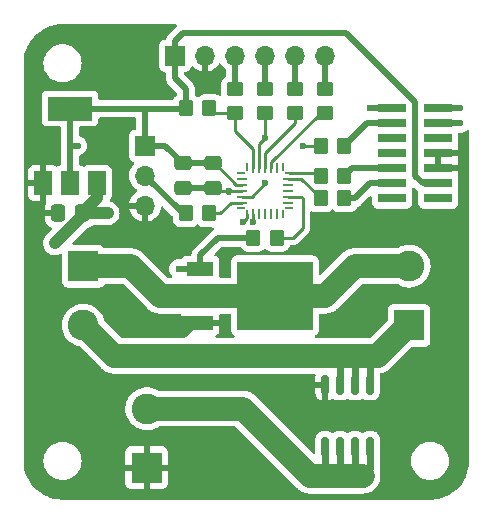
<source format=gtl>
G04 #@! TF.GenerationSoftware,KiCad,Pcbnew,(6.0.7)*
G04 #@! TF.CreationDate,2022-08-26T11:00:59+03:00*
G04 #@! TF.ProjectId,DiLight_1.1,44694c69-6768-4745-9f31-2e312e6b6963,rev?*
G04 #@! TF.SameCoordinates,Original*
G04 #@! TF.FileFunction,Copper,L1,Top*
G04 #@! TF.FilePolarity,Positive*
%FSLAX46Y46*%
G04 Gerber Fmt 4.6, Leading zero omitted, Abs format (unit mm)*
G04 Created by KiCad (PCBNEW (6.0.7)) date 2022-08-26 11:00:59*
%MOMM*%
%LPD*%
G01*
G04 APERTURE LIST*
G04 Aperture macros list*
%AMRoundRect*
0 Rectangle with rounded corners*
0 $1 Rounding radius*
0 $2 $3 $4 $5 $6 $7 $8 $9 X,Y pos of 4 corners*
0 Add a 4 corners polygon primitive as box body*
4,1,4,$2,$3,$4,$5,$6,$7,$8,$9,$2,$3,0*
0 Add four circle primitives for the rounded corners*
1,1,$1+$1,$2,$3*
1,1,$1+$1,$4,$5*
1,1,$1+$1,$6,$7*
1,1,$1+$1,$8,$9*
0 Add four rect primitives between the rounded corners*
20,1,$1+$1,$2,$3,$4,$5,0*
20,1,$1+$1,$4,$5,$6,$7,0*
20,1,$1+$1,$6,$7,$8,$9,0*
20,1,$1+$1,$8,$9,$2,$3,0*%
%AMFreePoly0*
4,1,14,0.230680,0.111820,0.364320,-0.021821,0.377500,-0.053642,0.377500,-0.080000,0.364320,-0.111820,0.332500,-0.125000,-0.332500,-0.125000,-0.364320,-0.111820,-0.377500,-0.080000,-0.377500,0.080000,-0.364320,0.111820,-0.332500,0.125000,0.198860,0.125000,0.230680,0.111820,0.230680,0.111820,$1*%
%AMFreePoly1*
4,1,14,0.364320,0.111820,0.377500,0.080000,0.377501,0.053640,0.364318,0.021819,0.230680,-0.111820,0.198860,-0.125000,-0.332500,-0.125000,-0.364320,-0.111820,-0.377500,-0.080000,-0.377500,0.080000,-0.364320,0.111820,-0.332500,0.125000,0.332500,0.125000,0.364320,0.111820,0.364320,0.111820,$1*%
%AMFreePoly2*
4,1,15,0.053642,0.377500,0.080000,0.377500,0.111820,0.364320,0.125000,0.332500,0.125000,-0.332500,0.111820,-0.364320,0.080000,-0.377500,-0.080000,-0.377500,-0.111820,-0.364320,-0.125000,-0.332500,-0.125000,0.198860,-0.111820,0.230680,0.021820,0.364320,0.053640,0.377501,0.053642,0.377500,0.053642,0.377500,$1*%
%AMFreePoly3*
4,1,14,-0.021820,0.364320,0.111820,0.230679,0.125000,0.198858,0.125000,-0.332500,0.111820,-0.364320,0.080000,-0.377500,-0.080000,-0.377500,-0.111820,-0.364320,-0.125000,-0.332500,-0.125000,0.332500,-0.111820,0.364320,-0.080000,0.377500,-0.053640,0.377500,-0.021820,0.364320,-0.021820,0.364320,$1*%
%AMFreePoly4*
4,1,14,0.364320,0.111820,0.377500,0.080000,0.377500,-0.080000,0.364320,-0.111820,0.332500,-0.125000,-0.198860,-0.125001,-0.230681,-0.111818,-0.364320,0.021820,-0.377500,0.053640,-0.377500,0.080000,-0.364320,0.111820,-0.332500,0.125000,0.332500,0.125000,0.364320,0.111820,0.364320,0.111820,$1*%
%AMFreePoly5*
4,1,15,-0.198858,0.125000,0.332500,0.125000,0.364320,0.111820,0.377500,0.080000,0.377500,-0.080000,0.364320,-0.111820,0.332500,-0.125000,-0.332500,-0.125000,-0.364320,-0.111820,-0.377500,-0.080000,-0.377500,-0.053640,-0.364320,-0.021820,-0.230680,0.111820,-0.198860,0.125001,-0.198858,0.125000,-0.198858,0.125000,$1*%
%AMFreePoly6*
4,1,14,0.111820,0.364320,0.125000,0.332500,0.125001,-0.198860,0.111818,-0.230681,-0.021820,-0.364320,-0.053640,-0.377500,-0.080000,-0.377500,-0.111820,-0.364320,-0.125000,-0.332500,-0.125000,0.332500,-0.111820,0.364320,-0.080000,0.377500,0.080000,0.377500,0.111820,0.364320,0.111820,0.364320,$1*%
%AMFreePoly7*
4,1,14,0.111820,0.364320,0.125000,0.332500,0.125000,-0.332500,0.111820,-0.364320,0.080000,-0.377500,0.053640,-0.377501,0.021819,-0.364318,-0.111820,-0.230680,-0.125000,-0.198860,-0.125000,0.332500,-0.111820,0.364320,-0.080000,0.377500,0.080000,0.377500,0.111820,0.364320,0.111820,0.364320,$1*%
G04 Aperture macros list end*
G04 #@! TA.AperFunction,SMDPad,CuDef*
%ADD10RoundRect,0.250000X-0.475000X0.337500X-0.475000X-0.337500X0.475000X-0.337500X0.475000X0.337500X0*%
G04 #@! TD*
G04 #@! TA.AperFunction,SMDPad,CuDef*
%ADD11RoundRect,0.250000X-0.350000X-0.450000X0.350000X-0.450000X0.350000X0.450000X-0.350000X0.450000X0*%
G04 #@! TD*
G04 #@! TA.AperFunction,SMDPad,CuDef*
%ADD12RoundRect,0.250000X0.337500X0.475000X-0.337500X0.475000X-0.337500X-0.475000X0.337500X-0.475000X0*%
G04 #@! TD*
G04 #@! TA.AperFunction,SMDPad,CuDef*
%ADD13R,1.500000X2.000000*%
G04 #@! TD*
G04 #@! TA.AperFunction,SMDPad,CuDef*
%ADD14R,3.800000X2.000000*%
G04 #@! TD*
G04 #@! TA.AperFunction,SMDPad,CuDef*
%ADD15RoundRect,0.250000X0.450000X-0.350000X0.450000X0.350000X-0.450000X0.350000X-0.450000X-0.350000X0*%
G04 #@! TD*
G04 #@! TA.AperFunction,ComponentPad*
%ADD16R,1.700000X1.700000*%
G04 #@! TD*
G04 #@! TA.AperFunction,ComponentPad*
%ADD17O,1.700000X1.700000*%
G04 #@! TD*
G04 #@! TA.AperFunction,SMDPad,CuDef*
%ADD18R,2.200000X1.200000*%
G04 #@! TD*
G04 #@! TA.AperFunction,SMDPad,CuDef*
%ADD19R,6.400000X5.800000*%
G04 #@! TD*
G04 #@! TA.AperFunction,ComponentPad*
%ADD20R,2.600000X2.600000*%
G04 #@! TD*
G04 #@! TA.AperFunction,ComponentPad*
%ADD21C,2.600000*%
G04 #@! TD*
G04 #@! TA.AperFunction,SMDPad,CuDef*
%ADD22FreePoly0,0.000000*%
G04 #@! TD*
G04 #@! TA.AperFunction,SMDPad,CuDef*
%ADD23RoundRect,0.062500X-0.375000X-0.062500X0.375000X-0.062500X0.375000X0.062500X-0.375000X0.062500X0*%
G04 #@! TD*
G04 #@! TA.AperFunction,SMDPad,CuDef*
%ADD24FreePoly1,0.000000*%
G04 #@! TD*
G04 #@! TA.AperFunction,SMDPad,CuDef*
%ADD25FreePoly2,0.000000*%
G04 #@! TD*
G04 #@! TA.AperFunction,SMDPad,CuDef*
%ADD26RoundRect,0.062500X-0.062500X-0.375000X0.062500X-0.375000X0.062500X0.375000X-0.062500X0.375000X0*%
G04 #@! TD*
G04 #@! TA.AperFunction,SMDPad,CuDef*
%ADD27FreePoly3,0.000000*%
G04 #@! TD*
G04 #@! TA.AperFunction,SMDPad,CuDef*
%ADD28FreePoly4,0.000000*%
G04 #@! TD*
G04 #@! TA.AperFunction,SMDPad,CuDef*
%ADD29FreePoly5,0.000000*%
G04 #@! TD*
G04 #@! TA.AperFunction,SMDPad,CuDef*
%ADD30FreePoly6,0.000000*%
G04 #@! TD*
G04 #@! TA.AperFunction,SMDPad,CuDef*
%ADD31FreePoly7,0.000000*%
G04 #@! TD*
G04 #@! TA.AperFunction,SMDPad,CuDef*
%ADD32RoundRect,0.250000X0.350000X0.450000X-0.350000X0.450000X-0.350000X-0.450000X0.350000X-0.450000X0*%
G04 #@! TD*
G04 #@! TA.AperFunction,SMDPad,CuDef*
%ADD33RoundRect,0.150000X-0.150000X0.675000X-0.150000X-0.675000X0.150000X-0.675000X0.150000X0.675000X0*%
G04 #@! TD*
G04 #@! TA.AperFunction,SMDPad,CuDef*
%ADD34R,2.400000X0.740000*%
G04 #@! TD*
G04 #@! TA.AperFunction,ViaPad*
%ADD35C,0.600000*%
G04 #@! TD*
G04 #@! TA.AperFunction,Conductor*
%ADD36C,0.250000*%
G04 #@! TD*
G04 #@! TA.AperFunction,Conductor*
%ADD37C,0.500000*%
G04 #@! TD*
G04 #@! TA.AperFunction,Conductor*
%ADD38C,1.200000*%
G04 #@! TD*
G04 #@! TA.AperFunction,Conductor*
%ADD39C,0.600000*%
G04 #@! TD*
G04 #@! TA.AperFunction,Conductor*
%ADD40C,2.000000*%
G04 #@! TD*
G04 #@! TA.AperFunction,Conductor*
%ADD41C,1.000000*%
G04 #@! TD*
G04 APERTURE END LIST*
D10*
X27305000Y-25632500D03*
X27305000Y-27707500D03*
D11*
X39005000Y-24130000D03*
X41005000Y-24130000D03*
D12*
X18817500Y-29845000D03*
X16742500Y-29845000D03*
D13*
X15480000Y-27280000D03*
X17780000Y-27280000D03*
D14*
X17780000Y-20980000D03*
D13*
X20080000Y-27280000D03*
D11*
X27575000Y-20955000D03*
X29575000Y-20955000D03*
D15*
X34290000Y-21320000D03*
X34290000Y-19320000D03*
D16*
X26670000Y-16510000D03*
D17*
X29210000Y-16510000D03*
X31750000Y-16510000D03*
X34290000Y-16510000D03*
X36830000Y-16510000D03*
X39370000Y-16510000D03*
D11*
X27575000Y-29845000D03*
X29575000Y-29845000D03*
D15*
X36830000Y-21320000D03*
X36830000Y-19320000D03*
D16*
X24130000Y-24130000D03*
D17*
X24130000Y-26670000D03*
X24130000Y-29210000D03*
D18*
X28820000Y-34550000D03*
D19*
X35120000Y-36830000D03*
D18*
X28820000Y-39110000D03*
D20*
X18915000Y-34330000D03*
D21*
X18915000Y-39330000D03*
D20*
X46490000Y-39330000D03*
D21*
X46490000Y-34330000D03*
D10*
X29845000Y-25632500D03*
X29845000Y-27707500D03*
D11*
X39005000Y-28575000D03*
X41005000Y-28575000D03*
D20*
X24265000Y-51395000D03*
D21*
X24265000Y-46395000D03*
D15*
X39370000Y-21320000D03*
X39370000Y-19320000D03*
D22*
X32292500Y-26440000D03*
D23*
X32352500Y-26940000D03*
X32352500Y-27440000D03*
X32352500Y-27940000D03*
X32352500Y-28440000D03*
X32352500Y-28940000D03*
D24*
X32292500Y-29440000D03*
D25*
X32790000Y-29937500D03*
D26*
X33290000Y-29877500D03*
X33790000Y-29877500D03*
X34290000Y-29877500D03*
X34790000Y-29877500D03*
X35290000Y-29877500D03*
D27*
X35790000Y-29937500D03*
D28*
X36287500Y-29440000D03*
D23*
X36227500Y-28940000D03*
X36227500Y-28440000D03*
X36227500Y-27940000D03*
X36227500Y-27440000D03*
X36227500Y-26940000D03*
D29*
X36287500Y-26440000D03*
D30*
X35790000Y-25942500D03*
D26*
X35290000Y-26002500D03*
X34790000Y-26002500D03*
X34290000Y-26002500D03*
X33790000Y-26002500D03*
X33290000Y-26002500D03*
D31*
X32790000Y-25942500D03*
D32*
X35307381Y-31913878D03*
X33307381Y-31913878D03*
D33*
X39370000Y-44365000D03*
X43180000Y-49615000D03*
X40640000Y-49615000D03*
X41910000Y-49615000D03*
X39370000Y-49615000D03*
X43180000Y-44365000D03*
X40640000Y-44365000D03*
X41910000Y-44365000D03*
D34*
X48940000Y-28575000D03*
X45040000Y-28575000D03*
X48940000Y-27305000D03*
X45040000Y-27305000D03*
X48940000Y-26035000D03*
X45040000Y-26035000D03*
X48940000Y-24765000D03*
X45040000Y-24765000D03*
X48940000Y-23495000D03*
X45040000Y-23495000D03*
X48940000Y-22225000D03*
X45040000Y-22225000D03*
X48940000Y-20955000D03*
X45040000Y-20955000D03*
D11*
X39005000Y-26670000D03*
X41005000Y-26670000D03*
D15*
X31750000Y-21320000D03*
X31750000Y-19320000D03*
D35*
X37465000Y-24130000D03*
X34290000Y-27305000D03*
X15875000Y-44450000D03*
X39370000Y-33020000D03*
X26974621Y-39057258D03*
X20955000Y-24765000D03*
X35560000Y-43815000D03*
X41910000Y-38100000D03*
X20955000Y-15875000D03*
X14605000Y-48260000D03*
X26035000Y-33020000D03*
X48260000Y-46355000D03*
X22225000Y-14605000D03*
X19685000Y-17145000D03*
X24130000Y-38735000D03*
X20955000Y-23495000D03*
X24765000Y-14605000D03*
X24130000Y-31750000D03*
X36830000Y-47625000D03*
X27305000Y-33020000D03*
X45720000Y-46355000D03*
X22225000Y-17145000D03*
X23495000Y-38100000D03*
X22225000Y-39370000D03*
X17145000Y-48260000D03*
X17145000Y-43180000D03*
X26035000Y-39370000D03*
X41275000Y-31750000D03*
X27360679Y-39805207D03*
X41275000Y-39370000D03*
X19685000Y-22860000D03*
X14605000Y-45720000D03*
X23495000Y-39370000D03*
X26670000Y-31750000D03*
X15471643Y-25350936D03*
X27940000Y-31750000D03*
X34290000Y-45085000D03*
X43815000Y-36830000D03*
X42545000Y-39370000D03*
X35560000Y-46355000D03*
X26035000Y-38735000D03*
X22225000Y-38100000D03*
X23495000Y-15875000D03*
X36830000Y-33020000D03*
X40640000Y-33020000D03*
X31245000Y-27940000D03*
X17145000Y-45720000D03*
X50800000Y-48895000D03*
X38100000Y-43815000D03*
X49530000Y-47625000D03*
X36830000Y-45085000D03*
X19685000Y-24130000D03*
X38100000Y-48895000D03*
X24765000Y-33020000D03*
X38100000Y-46355000D03*
X21590000Y-37465000D03*
X22225000Y-36830000D03*
X50800000Y-46355000D03*
X45720000Y-48895000D03*
X24765000Y-17145000D03*
X38100000Y-33020000D03*
X19685000Y-25400000D03*
X15875000Y-46990000D03*
X40005000Y-31750000D03*
X42545000Y-36830000D03*
X48260000Y-48260000D03*
X43180000Y-38100000D03*
X20955000Y-36830000D03*
X28567500Y-27707500D03*
X14605000Y-43180000D03*
X25400000Y-31750000D03*
X33020000Y-43815000D03*
X38735000Y-31750000D03*
X17780000Y-36830000D03*
X19685000Y-14605000D03*
X46990000Y-47625000D03*
X18415000Y-24130000D03*
X20320000Y-29845000D03*
X16510000Y-32385000D03*
X17145000Y-31750000D03*
X19685000Y-29845000D03*
X17780000Y-31115000D03*
X20955000Y-29845000D03*
X50800000Y-22225000D03*
X50800000Y-20955000D03*
X43180000Y-20955000D03*
X34290000Y-23495000D03*
X33294595Y-30610882D03*
X32394248Y-30606311D03*
X26972040Y-34552490D03*
D36*
X33155000Y-28440000D02*
X34290000Y-27305000D01*
X32352500Y-28440000D02*
X33155000Y-28440000D01*
X39005000Y-24130000D02*
X37465000Y-24130000D01*
D37*
X28824596Y-39105404D02*
X28820000Y-39110000D01*
D38*
X28055886Y-39110000D02*
X27360679Y-39805207D01*
D36*
X32352500Y-27940000D02*
X31245000Y-27940000D01*
D38*
X28820000Y-39110000D02*
X27027363Y-39110000D01*
D36*
X30077500Y-27940000D02*
X29845000Y-27707500D01*
D38*
X27027363Y-39110000D02*
X26974621Y-39057258D01*
D36*
X31245000Y-27940000D02*
X30077500Y-27940000D01*
D38*
X28820000Y-39110000D02*
X28055886Y-39110000D01*
D37*
X15471643Y-27271643D02*
X15480000Y-27280000D01*
X28567500Y-27707500D02*
X29845000Y-27707500D01*
X27305000Y-27707500D02*
X28567500Y-27707500D01*
X15471643Y-25350936D02*
X15471643Y-27271643D01*
D36*
X30059492Y-25632500D02*
X29845000Y-25632500D01*
D37*
X47625000Y-27305000D02*
X46990000Y-26670000D01*
X24155000Y-20980000D02*
X27550000Y-20980000D01*
X46990000Y-26670000D02*
X46990000Y-20435000D01*
X27305000Y-14605000D02*
X26670000Y-15240000D01*
X17780000Y-20980000D02*
X17780000Y-24130000D01*
X41160000Y-14605000D02*
X27305000Y-14605000D01*
D36*
X31866992Y-27440000D02*
X30059492Y-25632500D01*
D37*
X17780000Y-24130000D02*
X18415000Y-24130000D01*
X27550000Y-20980000D02*
X27575000Y-20955000D01*
X17780000Y-24130000D02*
X17780000Y-27280000D01*
X27575000Y-19320000D02*
X26670000Y-18415000D01*
D36*
X32352500Y-27440000D02*
X31866992Y-27440000D01*
D37*
X26670000Y-15240000D02*
X26670000Y-16510000D01*
X24130000Y-21005000D02*
X24155000Y-20980000D01*
X26670000Y-18415000D02*
X26670000Y-16510000D01*
X46990000Y-20435000D02*
X41160000Y-14605000D01*
X25802500Y-24130000D02*
X27305000Y-25632500D01*
X24130000Y-24130000D02*
X25802500Y-24130000D01*
X27305000Y-25632500D02*
X29845000Y-25632500D01*
X24130000Y-24130000D02*
X24130000Y-21005000D01*
X17780000Y-20980000D02*
X24155000Y-20980000D01*
X27575000Y-20955000D02*
X27575000Y-19320000D01*
X48940000Y-27305000D02*
X47625000Y-27305000D01*
D39*
X41910000Y-44365000D02*
X41910000Y-42545000D01*
D40*
X46490000Y-39330000D02*
X46395000Y-39330000D01*
X21495000Y-41910000D02*
X40640000Y-41910000D01*
D39*
X40640000Y-44365000D02*
X40640000Y-41910000D01*
D41*
X20080000Y-27280000D02*
X20080000Y-28582500D01*
X20080000Y-28582500D02*
X18817500Y-29845000D01*
D40*
X18915000Y-39330000D02*
X21495000Y-41910000D01*
D39*
X41910000Y-42545000D02*
X42545000Y-41910000D01*
D41*
X16510000Y-32385000D02*
X18817500Y-30077500D01*
D40*
X40640000Y-41910000D02*
X42545000Y-41910000D01*
D41*
X18817500Y-30077500D02*
X18817500Y-29845000D01*
D39*
X43180000Y-44365000D02*
X43180000Y-42545000D01*
D40*
X43815000Y-41910000D02*
X42545000Y-41910000D01*
D39*
X43180000Y-42545000D02*
X43815000Y-41910000D01*
D40*
X46395000Y-39330000D02*
X43815000Y-41910000D01*
D41*
X20955000Y-29845000D02*
X18817500Y-29845000D01*
D37*
X41910000Y-28575000D02*
X41005000Y-28575000D01*
X43180000Y-27305000D02*
X41910000Y-28575000D01*
X45040000Y-27305000D02*
X43180000Y-27305000D01*
X45040000Y-26035000D02*
X41640000Y-26035000D01*
X41640000Y-26035000D02*
X41005000Y-26670000D01*
X48940000Y-22225000D02*
X50800000Y-22225000D01*
X45040000Y-22225000D02*
X42910000Y-22225000D01*
X42910000Y-22225000D02*
X41005000Y-24130000D01*
X48940000Y-20955000D02*
X50800000Y-20955000D01*
X45040000Y-20955000D02*
X43180000Y-20955000D01*
X27305000Y-29845000D02*
X27575000Y-29845000D01*
X24130000Y-26670000D02*
X27305000Y-29845000D01*
D36*
X33290000Y-26002500D02*
X33290000Y-24400000D01*
X29940000Y-21320000D02*
X29575000Y-20955000D01*
X33290000Y-24400000D02*
X31750000Y-22860000D01*
X31750000Y-21320000D02*
X29940000Y-21320000D01*
X31750000Y-22860000D02*
X31750000Y-21320000D01*
X33790000Y-23995000D02*
X34290000Y-23495000D01*
X34290000Y-23495000D02*
X34290000Y-21320000D01*
X33790000Y-26002500D02*
X33790000Y-23995000D01*
X33290000Y-29877500D02*
X33290000Y-30606287D01*
X33290000Y-30606287D02*
X33294595Y-30610882D01*
X36227500Y-26940000D02*
X37370000Y-26940000D01*
X37370000Y-26940000D02*
X39005000Y-28575000D01*
X38775000Y-26440000D02*
X39005000Y-26670000D01*
X36287500Y-26440000D02*
X38775000Y-26440000D01*
X32394248Y-30606311D02*
X32790000Y-30210559D01*
X32790000Y-30210559D02*
X32790000Y-29937500D01*
X37465000Y-31115000D02*
X36666122Y-31913878D01*
X37465000Y-28575000D02*
X37465000Y-31115000D01*
X37330000Y-28440000D02*
X37465000Y-28575000D01*
X36227500Y-28440000D02*
X37330000Y-28440000D01*
X36666122Y-31913878D02*
X35307381Y-31913878D01*
X34290000Y-24765000D02*
X36830000Y-22225000D01*
X36830000Y-22225000D02*
X36830000Y-21320000D01*
X34290000Y-26002500D02*
X34290000Y-24765000D01*
X38986992Y-21320000D02*
X39370000Y-21320000D01*
X34790000Y-26002500D02*
X34790000Y-25516992D01*
X34790000Y-25516992D02*
X38986992Y-21320000D01*
X32352500Y-28940000D02*
X31385000Y-28940000D01*
X31385000Y-28940000D02*
X30480000Y-29845000D01*
X30480000Y-29845000D02*
X29575000Y-29845000D01*
D40*
X25400000Y-36830000D02*
X22900000Y-34330000D01*
X35120000Y-36830000D02*
X25400000Y-36830000D01*
X35120000Y-36830000D02*
X39370000Y-36830000D01*
X22900000Y-34330000D02*
X18915000Y-34330000D01*
X41870000Y-34330000D02*
X46490000Y-34330000D01*
X39370000Y-36830000D02*
X41870000Y-34330000D01*
D37*
X31750000Y-19320000D02*
X31750000Y-16510000D01*
X34290000Y-19320000D02*
X34290000Y-16510000D01*
X36830000Y-19320000D02*
X36830000Y-16510000D01*
X39370000Y-19320000D02*
X39370000Y-16510000D01*
X30316122Y-31913878D02*
X28820000Y-33410000D01*
X26974530Y-34550000D02*
X26972040Y-34552490D01*
X28820000Y-33410000D02*
X28820000Y-34550000D01*
X33307381Y-31913878D02*
X30316122Y-31913878D01*
X28820000Y-34550000D02*
X26974530Y-34550000D01*
D40*
X40640000Y-52070000D02*
X42545000Y-52070000D01*
D39*
X43180000Y-51435000D02*
X42545000Y-52070000D01*
X43180000Y-49615000D02*
X43180000Y-51435000D01*
X41910000Y-49615000D02*
X41910000Y-51435000D01*
X40640000Y-49615000D02*
X40640000Y-52070000D01*
X39370000Y-49615000D02*
X39370000Y-52070000D01*
D40*
X24265000Y-46395000D02*
X32425000Y-46395000D01*
X38100000Y-52070000D02*
X39370000Y-52070000D01*
D39*
X41910000Y-51435000D02*
X42545000Y-52070000D01*
D40*
X39370000Y-52070000D02*
X40640000Y-52070000D01*
X32425000Y-46395000D02*
X38100000Y-52070000D01*
G04 #@! TA.AperFunction,Conductor*
G36*
X26756737Y-13863502D02*
G01*
X26803230Y-13917158D01*
X26813334Y-13987432D01*
X26780088Y-14056154D01*
X26761871Y-14075384D01*
X26759494Y-14077825D01*
X26181089Y-14656230D01*
X26166677Y-14668616D01*
X26155082Y-14677149D01*
X26155077Y-14677154D01*
X26149182Y-14681492D01*
X26144443Y-14687070D01*
X26144440Y-14687073D01*
X26114965Y-14721768D01*
X26108035Y-14729284D01*
X26102340Y-14734979D01*
X26100060Y-14737861D01*
X26084719Y-14757251D01*
X26081928Y-14760655D01*
X26039409Y-14810703D01*
X26034667Y-14816285D01*
X26031339Y-14822801D01*
X26027972Y-14827850D01*
X26024805Y-14832979D01*
X26020266Y-14838716D01*
X25989345Y-14904875D01*
X25987442Y-14908769D01*
X25954231Y-14973808D01*
X25952492Y-14980916D01*
X25950393Y-14986559D01*
X25948476Y-14992321D01*
X25945378Y-14998950D01*
X25943888Y-15006115D01*
X25934519Y-15051158D01*
X25901064Y-15113778D01*
X25839065Y-15148371D01*
X25811159Y-15151500D01*
X25771866Y-15151500D01*
X25709684Y-15158255D01*
X25573295Y-15209385D01*
X25456739Y-15296739D01*
X25369385Y-15413295D01*
X25318255Y-15549684D01*
X25311500Y-15611866D01*
X25311500Y-17408134D01*
X25318255Y-17470316D01*
X25369385Y-17606705D01*
X25456739Y-17723261D01*
X25573295Y-17810615D01*
X25709684Y-17861745D01*
X25771866Y-17868500D01*
X25785500Y-17868500D01*
X25853621Y-17888502D01*
X25900114Y-17942158D01*
X25911500Y-17994500D01*
X25911500Y-18347930D01*
X25910067Y-18366880D01*
X25906801Y-18388349D01*
X25907394Y-18395641D01*
X25907394Y-18395644D01*
X25911085Y-18441018D01*
X25911500Y-18451233D01*
X25911500Y-18459293D01*
X25911925Y-18462937D01*
X25914789Y-18487507D01*
X25915222Y-18491882D01*
X25916121Y-18502928D01*
X25921140Y-18564637D01*
X25923396Y-18571601D01*
X25924587Y-18577560D01*
X25925971Y-18583415D01*
X25926818Y-18590681D01*
X25951735Y-18659327D01*
X25953152Y-18663455D01*
X25964075Y-18697171D01*
X25975649Y-18732899D01*
X25979445Y-18739154D01*
X25981951Y-18744628D01*
X25984670Y-18750058D01*
X25987167Y-18756937D01*
X25991180Y-18763057D01*
X25991180Y-18763058D01*
X26027186Y-18817976D01*
X26029523Y-18821680D01*
X26067405Y-18884107D01*
X26071121Y-18888315D01*
X26071122Y-18888316D01*
X26074803Y-18892484D01*
X26074776Y-18892508D01*
X26077429Y-18895500D01*
X26080132Y-18898733D01*
X26084144Y-18904852D01*
X26099712Y-18919600D01*
X26140383Y-18958128D01*
X26142825Y-18960506D01*
X26779595Y-19597276D01*
X26813621Y-19659588D01*
X26816500Y-19686371D01*
X26816500Y-19795572D01*
X26796498Y-19863693D01*
X26762112Y-19897495D01*
X26762612Y-19898125D01*
X26756880Y-19902668D01*
X26750652Y-19906522D01*
X26745479Y-19911704D01*
X26714408Y-19942829D01*
X26625695Y-20031697D01*
X26621855Y-20037927D01*
X26621854Y-20037928D01*
X26545611Y-20161616D01*
X26492838Y-20209110D01*
X26438351Y-20221500D01*
X24222063Y-20221500D01*
X24203114Y-20220067D01*
X24202907Y-20220036D01*
X24181651Y-20216802D01*
X24174359Y-20217395D01*
X24174356Y-20217395D01*
X24128991Y-20221085D01*
X24118777Y-20221500D01*
X20314500Y-20221500D01*
X20246379Y-20201498D01*
X20199886Y-20147842D01*
X20188500Y-20095500D01*
X20188500Y-19931866D01*
X20181745Y-19869684D01*
X20130615Y-19733295D01*
X20043261Y-19616739D01*
X19926705Y-19529385D01*
X19790316Y-19478255D01*
X19728134Y-19471500D01*
X15831866Y-19471500D01*
X15769684Y-19478255D01*
X15633295Y-19529385D01*
X15516739Y-19616739D01*
X15429385Y-19733295D01*
X15378255Y-19869684D01*
X15371500Y-19931866D01*
X15371500Y-22028134D01*
X15378255Y-22090316D01*
X15429385Y-22226705D01*
X15516739Y-22343261D01*
X15633295Y-22430615D01*
X15769684Y-22481745D01*
X15831866Y-22488500D01*
X16895500Y-22488500D01*
X16963621Y-22508502D01*
X17010114Y-22562158D01*
X17021500Y-22614500D01*
X17021500Y-24102165D01*
X17021258Y-24109966D01*
X17017453Y-24171298D01*
X17018693Y-24178514D01*
X17019680Y-24184257D01*
X17021500Y-24205596D01*
X17021500Y-25655507D01*
X17001498Y-25723628D01*
X16947842Y-25770121D01*
X16926237Y-25777543D01*
X16919684Y-25778255D01*
X16912289Y-25781027D01*
X16912286Y-25781028D01*
X16829301Y-25812138D01*
X16783295Y-25829385D01*
X16754545Y-25850932D01*
X16705148Y-25887953D01*
X16638642Y-25912801D01*
X16569259Y-25897748D01*
X16554018Y-25887953D01*
X16483648Y-25835214D01*
X16468054Y-25826676D01*
X16347606Y-25781522D01*
X16332351Y-25777895D01*
X16281486Y-25772369D01*
X16274672Y-25772000D01*
X15752115Y-25772000D01*
X15736876Y-25776475D01*
X15735671Y-25777865D01*
X15734000Y-25785548D01*
X15734000Y-28769884D01*
X15738475Y-28785123D01*
X15746547Y-28792118D01*
X15784930Y-28851844D01*
X15784930Y-28922840D01*
X15771294Y-28953457D01*
X15717186Y-29041238D01*
X15711037Y-29054424D01*
X15659862Y-29208710D01*
X15656995Y-29222086D01*
X15647328Y-29316438D01*
X15647000Y-29322855D01*
X15647000Y-29572885D01*
X15651475Y-29588124D01*
X15652865Y-29589329D01*
X15660548Y-29591000D01*
X16870500Y-29591000D01*
X16938621Y-29611002D01*
X16985114Y-29664658D01*
X16996500Y-29717000D01*
X16996500Y-29973000D01*
X16976498Y-30041121D01*
X16922842Y-30087614D01*
X16870500Y-30099000D01*
X15665116Y-30099000D01*
X15649877Y-30103475D01*
X15648672Y-30104865D01*
X15647001Y-30112548D01*
X15647001Y-30367095D01*
X15647338Y-30373614D01*
X15657257Y-30469206D01*
X15660149Y-30482600D01*
X15711588Y-30636784D01*
X15717761Y-30649962D01*
X15803063Y-30787807D01*
X15812099Y-30799208D01*
X15926829Y-30913739D01*
X15938240Y-30922751D01*
X16076243Y-31007816D01*
X16089424Y-31013963D01*
X16169971Y-31040680D01*
X16228331Y-31081112D01*
X16255567Y-31146676D01*
X16243033Y-31216557D01*
X16219398Y-31249368D01*
X15761691Y-31707075D01*
X15667897Y-31821261D01*
X15574438Y-31995563D01*
X15516613Y-32184698D01*
X15515990Y-32190833D01*
X15501194Y-32336496D01*
X15496626Y-32381462D01*
X15506024Y-32480884D01*
X15512380Y-32548114D01*
X15515239Y-32578362D01*
X15536144Y-32648486D01*
X15567883Y-32754953D01*
X15571741Y-32767896D01*
X15663982Y-32942846D01*
X15667858Y-32947632D01*
X15667859Y-32947634D01*
X15784568Y-33091757D01*
X15788447Y-33096547D01*
X15793182Y-33100492D01*
X15895738Y-33185938D01*
X15940396Y-33223146D01*
X16114041Y-33317822D01*
X16191561Y-33342115D01*
X16296886Y-33375122D01*
X16296889Y-33375123D01*
X16302768Y-33376965D01*
X16308891Y-33377630D01*
X16308895Y-33377631D01*
X16493263Y-33397659D01*
X16493267Y-33397659D01*
X16499388Y-33398324D01*
X16696413Y-33381087D01*
X16702330Y-33379368D01*
X16702335Y-33379367D01*
X16833064Y-33341386D01*
X16886336Y-33325909D01*
X16891805Y-33323074D01*
X16891808Y-33323073D01*
X16922516Y-33307156D01*
X16992200Y-33293565D01*
X17058169Y-33319806D01*
X17099479Y-33377547D01*
X17106500Y-33419021D01*
X17106500Y-35678134D01*
X17113255Y-35740316D01*
X17164385Y-35876705D01*
X17251739Y-35993261D01*
X17368295Y-36080615D01*
X17504684Y-36131745D01*
X17566866Y-36138500D01*
X20263134Y-36138500D01*
X20325316Y-36131745D01*
X20461705Y-36080615D01*
X20578261Y-35993261D01*
X20656449Y-35888935D01*
X20713308Y-35846420D01*
X20757275Y-35838500D01*
X22222969Y-35838500D01*
X22291090Y-35858502D01*
X22312064Y-35875405D01*
X24316325Y-37879666D01*
X24318779Y-37882188D01*
X24362060Y-37927956D01*
X24387332Y-37954681D01*
X24418446Y-37978469D01*
X24449757Y-38002408D01*
X24454892Y-38006552D01*
X24514720Y-38057470D01*
X24519045Y-38060089D01*
X24519050Y-38060093D01*
X24542824Y-38074491D01*
X24554071Y-38082163D01*
X24580174Y-38102120D01*
X24641255Y-38134871D01*
X24649401Y-38139239D01*
X24655126Y-38142504D01*
X24722358Y-38183221D01*
X24752817Y-38195527D01*
X24765158Y-38201307D01*
X24794109Y-38216831D01*
X24798890Y-38218477D01*
X24798894Y-38218479D01*
X24868401Y-38242412D01*
X24874579Y-38244722D01*
X24888962Y-38250533D01*
X24947429Y-38274155D01*
X24952369Y-38275277D01*
X24952368Y-38275277D01*
X24979460Y-38281432D01*
X24992559Y-38285163D01*
X25023631Y-38295862D01*
X25101100Y-38309243D01*
X25107504Y-38310523D01*
X25184144Y-38327935D01*
X25216953Y-38329999D01*
X25230453Y-38331585D01*
X25262836Y-38337179D01*
X25266793Y-38337359D01*
X25266796Y-38337359D01*
X25290506Y-38338436D01*
X25290525Y-38338436D01*
X25291925Y-38338500D01*
X25348108Y-38338500D01*
X25356019Y-38338749D01*
X25426413Y-38343178D01*
X25467992Y-38339101D01*
X25480288Y-38338500D01*
X27086000Y-38338500D01*
X27154121Y-38358502D01*
X27200614Y-38412158D01*
X27212000Y-38464500D01*
X27212000Y-38837885D01*
X27216475Y-38853124D01*
X27217865Y-38854329D01*
X27225548Y-38856000D01*
X30409884Y-38856000D01*
X30425123Y-38851525D01*
X30426328Y-38850135D01*
X30427999Y-38842452D01*
X30427999Y-38464500D01*
X30448001Y-38396379D01*
X30501657Y-38349886D01*
X30553999Y-38338500D01*
X31285500Y-38338500D01*
X31353621Y-38358502D01*
X31400114Y-38412158D01*
X31411500Y-38464500D01*
X31411500Y-39778134D01*
X31418255Y-39840316D01*
X31469385Y-39976705D01*
X31556739Y-40093261D01*
X31563919Y-40098642D01*
X31665368Y-40174674D01*
X31707883Y-40231533D01*
X31712909Y-40302352D01*
X31678849Y-40364645D01*
X31616518Y-40398635D01*
X31589803Y-40401500D01*
X30215539Y-40401500D01*
X30147418Y-40381498D01*
X30100925Y-40327842D01*
X30090821Y-40257568D01*
X30120315Y-40192988D01*
X30155030Y-40164980D01*
X30173646Y-40154788D01*
X30275724Y-40078285D01*
X30288285Y-40065724D01*
X30364786Y-39963649D01*
X30373324Y-39948054D01*
X30418478Y-39827606D01*
X30422105Y-39812351D01*
X30427631Y-39761486D01*
X30428000Y-39754672D01*
X30428000Y-39382115D01*
X30423525Y-39366876D01*
X30422135Y-39365671D01*
X30414452Y-39364000D01*
X27230116Y-39364000D01*
X27214877Y-39368475D01*
X27213672Y-39369865D01*
X27212001Y-39377548D01*
X27212001Y-39754669D01*
X27212371Y-39761490D01*
X27217895Y-39812352D01*
X27221521Y-39827604D01*
X27266676Y-39948054D01*
X27275214Y-39963649D01*
X27351715Y-40065724D01*
X27364276Y-40078285D01*
X27466354Y-40154788D01*
X27484970Y-40164980D01*
X27535116Y-40215238D01*
X27550130Y-40284629D01*
X27525245Y-40351122D01*
X27468362Y-40393605D01*
X27424461Y-40401500D01*
X22172031Y-40401500D01*
X22103910Y-40381498D01*
X22082936Y-40364595D01*
X20713462Y-38995121D01*
X20679664Y-38933834D01*
X20650359Y-38804323D01*
X20650358Y-38804321D01*
X20649327Y-38799763D01*
X20551902Y-38549238D01*
X20418518Y-38315864D01*
X20413288Y-38309229D01*
X20330828Y-38204629D01*
X20252105Y-38104769D01*
X20056317Y-37920591D01*
X19858407Y-37783295D01*
X19839299Y-37770039D01*
X19839296Y-37770037D01*
X19835457Y-37767374D01*
X19831264Y-37765306D01*
X19598564Y-37650551D01*
X19598561Y-37650550D01*
X19594376Y-37648486D01*
X19546745Y-37633239D01*
X19368657Y-37576233D01*
X19338370Y-37566538D01*
X19333763Y-37565788D01*
X19333760Y-37565787D01*
X19120337Y-37531029D01*
X19073063Y-37523330D01*
X18942719Y-37521624D01*
X18808961Y-37519873D01*
X18808958Y-37519873D01*
X18804284Y-37519812D01*
X18537937Y-37556060D01*
X18279874Y-37631278D01*
X18035763Y-37743815D01*
X18031854Y-37746378D01*
X17814881Y-37888631D01*
X17814876Y-37888635D01*
X17810968Y-37891197D01*
X17610426Y-38070188D01*
X17558474Y-38132654D01*
X17446537Y-38267244D01*
X17438544Y-38276854D01*
X17299096Y-38506656D01*
X17195148Y-38754545D01*
X17128981Y-39015077D01*
X17102050Y-39282526D01*
X17102274Y-39287192D01*
X17102274Y-39287197D01*
X17106245Y-39369865D01*
X17114947Y-39551019D01*
X17167388Y-39814656D01*
X17258220Y-40067646D01*
X17260432Y-40071762D01*
X17260433Y-40071765D01*
X17274875Y-40098642D01*
X17385450Y-40304431D01*
X17388241Y-40308168D01*
X17388245Y-40308175D01*
X17452039Y-40393605D01*
X17546281Y-40519810D01*
X17549590Y-40523090D01*
X17549595Y-40523096D01*
X17733863Y-40705762D01*
X17737180Y-40709050D01*
X17740942Y-40711808D01*
X17740945Y-40711811D01*
X17789912Y-40747715D01*
X17953954Y-40867995D01*
X17958089Y-40870171D01*
X17958093Y-40870173D01*
X18187698Y-40990975D01*
X18191840Y-40993154D01*
X18445613Y-41081775D01*
X18515876Y-41095115D01*
X18581468Y-41129809D01*
X20411325Y-42959666D01*
X20413779Y-42962188D01*
X20457060Y-43007956D01*
X20482332Y-43034681D01*
X20528601Y-43070056D01*
X20544757Y-43082408D01*
X20549892Y-43086552D01*
X20609720Y-43137470D01*
X20614045Y-43140089D01*
X20614050Y-43140093D01*
X20637824Y-43154491D01*
X20649071Y-43162163D01*
X20675174Y-43182120D01*
X20736255Y-43214871D01*
X20744401Y-43219239D01*
X20750126Y-43222504D01*
X20817358Y-43263221D01*
X20847817Y-43275527D01*
X20860158Y-43281307D01*
X20889109Y-43296831D01*
X20893890Y-43298477D01*
X20893894Y-43298479D01*
X20963401Y-43322412D01*
X20969579Y-43324722D01*
X20983962Y-43330533D01*
X21042429Y-43354155D01*
X21047369Y-43355277D01*
X21047368Y-43355277D01*
X21074460Y-43361432D01*
X21087559Y-43365163D01*
X21118631Y-43375862D01*
X21196100Y-43389243D01*
X21202504Y-43390523D01*
X21279144Y-43407935D01*
X21311953Y-43409999D01*
X21325453Y-43411585D01*
X21357836Y-43417179D01*
X21361793Y-43417359D01*
X21361796Y-43417359D01*
X21385506Y-43418436D01*
X21385525Y-43418436D01*
X21386925Y-43418500D01*
X21443108Y-43418500D01*
X21451019Y-43418749D01*
X21521413Y-43423178D01*
X21562992Y-43419101D01*
X21575288Y-43418500D01*
X38445854Y-43418500D01*
X38513975Y-43438502D01*
X38560468Y-43492158D01*
X38570572Y-43562432D01*
X38566850Y-43579657D01*
X38566731Y-43580066D01*
X38564430Y-43592667D01*
X38562193Y-43621084D01*
X38562000Y-43626014D01*
X38562000Y-44092885D01*
X38566475Y-44108124D01*
X38567865Y-44109329D01*
X38575548Y-44111000D01*
X39498000Y-44111000D01*
X39566121Y-44131002D01*
X39612614Y-44184658D01*
X39624000Y-44237000D01*
X39624000Y-45676878D01*
X39627973Y-45690409D01*
X39635871Y-45691544D01*
X39775790Y-45650893D01*
X39790221Y-45644648D01*
X39919676Y-45568090D01*
X39927364Y-45562126D01*
X39993449Y-45536179D01*
X40063072Y-45550080D01*
X40079158Y-45560418D01*
X40083193Y-45564453D01*
X40090021Y-45568491D01*
X40090024Y-45568493D01*
X40102674Y-45575974D01*
X40226399Y-45649145D01*
X40234010Y-45651356D01*
X40234012Y-45651357D01*
X40286231Y-45666528D01*
X40386169Y-45695562D01*
X40392574Y-45696066D01*
X40392579Y-45696067D01*
X40421042Y-45698307D01*
X40421050Y-45698307D01*
X40423498Y-45698500D01*
X40856502Y-45698500D01*
X40858950Y-45698307D01*
X40858958Y-45698307D01*
X40887421Y-45696067D01*
X40887426Y-45696066D01*
X40893831Y-45695562D01*
X40993769Y-45666528D01*
X41045988Y-45651357D01*
X41045990Y-45651356D01*
X41053601Y-45649145D01*
X41196807Y-45564453D01*
X41199489Y-45561771D01*
X41263861Y-45536498D01*
X41333484Y-45550400D01*
X41349312Y-45560572D01*
X41353193Y-45564453D01*
X41496399Y-45649145D01*
X41504010Y-45651356D01*
X41504012Y-45651357D01*
X41556231Y-45666528D01*
X41656169Y-45695562D01*
X41662574Y-45696066D01*
X41662579Y-45696067D01*
X41691042Y-45698307D01*
X41691050Y-45698307D01*
X41693498Y-45698500D01*
X42126502Y-45698500D01*
X42128950Y-45698307D01*
X42128958Y-45698307D01*
X42157421Y-45696067D01*
X42157426Y-45696066D01*
X42163831Y-45695562D01*
X42263769Y-45666528D01*
X42315988Y-45651357D01*
X42315990Y-45651356D01*
X42323601Y-45649145D01*
X42466807Y-45564453D01*
X42469489Y-45561771D01*
X42533861Y-45536498D01*
X42603484Y-45550400D01*
X42619312Y-45560572D01*
X42623193Y-45564453D01*
X42766399Y-45649145D01*
X42774010Y-45651356D01*
X42774012Y-45651357D01*
X42826231Y-45666528D01*
X42926169Y-45695562D01*
X42932574Y-45696066D01*
X42932579Y-45696067D01*
X42961042Y-45698307D01*
X42961050Y-45698307D01*
X42963498Y-45698500D01*
X43396502Y-45698500D01*
X43398950Y-45698307D01*
X43398958Y-45698307D01*
X43427421Y-45696067D01*
X43427426Y-45696066D01*
X43433831Y-45695562D01*
X43533769Y-45666528D01*
X43585988Y-45651357D01*
X43585990Y-45651356D01*
X43593601Y-45649145D01*
X43622411Y-45632107D01*
X43729980Y-45568491D01*
X43729983Y-45568489D01*
X43736807Y-45564453D01*
X43854453Y-45446807D01*
X43858489Y-45439983D01*
X43858491Y-45439980D01*
X43935108Y-45310427D01*
X43939145Y-45303601D01*
X43941415Y-45295790D01*
X43979439Y-45164907D01*
X43985562Y-45143831D01*
X43986074Y-45137336D01*
X43988307Y-45108958D01*
X43988307Y-45108950D01*
X43988500Y-45106502D01*
X43988500Y-43519553D01*
X44008502Y-43451432D01*
X44062158Y-43404939D01*
X44084442Y-43397191D01*
X44088883Y-43396100D01*
X44102258Y-43393574D01*
X44134820Y-43389229D01*
X44139661Y-43387768D01*
X44139663Y-43387767D01*
X44210029Y-43366522D01*
X44216392Y-43364781D01*
X44230027Y-43361432D01*
X44292706Y-43346037D01*
X44322952Y-43333199D01*
X44335763Y-43328561D01*
X44362362Y-43320530D01*
X44367208Y-43319067D01*
X44371756Y-43316849D01*
X44371763Y-43316846D01*
X44437818Y-43284629D01*
X44443820Y-43281893D01*
X44493978Y-43260602D01*
X44516156Y-43251188D01*
X44543956Y-43233681D01*
X44555860Y-43227055D01*
X44585388Y-43212654D01*
X44649600Y-43167357D01*
X44655086Y-43163699D01*
X44717286Y-43124529D01*
X44717287Y-43124528D01*
X44721567Y-43121833D01*
X44725356Y-43118492D01*
X44725362Y-43118488D01*
X44746217Y-43100102D01*
X44756912Y-43091656D01*
X44770022Y-43082408D01*
X44783747Y-43072726D01*
X44805250Y-43053091D01*
X44844966Y-43013375D01*
X44850736Y-43007956D01*
X44899858Y-42964650D01*
X44899861Y-42964647D01*
X44903655Y-42961302D01*
X44930179Y-42929011D01*
X44938449Y-42919892D01*
X46682936Y-41175405D01*
X46745248Y-41141379D01*
X46772031Y-41138500D01*
X47838134Y-41138500D01*
X47900316Y-41131745D01*
X48036705Y-41080615D01*
X48153261Y-40993261D01*
X48240615Y-40876705D01*
X48291745Y-40740316D01*
X48298500Y-40678134D01*
X48298500Y-37981866D01*
X48291745Y-37919684D01*
X48240615Y-37783295D01*
X48153261Y-37666739D01*
X48036705Y-37579385D01*
X47900316Y-37528255D01*
X47838134Y-37521500D01*
X45141866Y-37521500D01*
X45079684Y-37528255D01*
X44943295Y-37579385D01*
X44826739Y-37666739D01*
X44739385Y-37783295D01*
X44688255Y-37919684D01*
X44681500Y-37981866D01*
X44681500Y-38857969D01*
X44661498Y-38926090D01*
X44644595Y-38947064D01*
X43227064Y-40364595D01*
X43164752Y-40398621D01*
X43137969Y-40401500D01*
X38650197Y-40401500D01*
X38582076Y-40381498D01*
X38535583Y-40327842D01*
X38525479Y-40257568D01*
X38554973Y-40192988D01*
X38574632Y-40174674D01*
X38676081Y-40098642D01*
X38683261Y-40093261D01*
X38770615Y-39976705D01*
X38821745Y-39840316D01*
X38828500Y-39778134D01*
X38828500Y-38464500D01*
X38848502Y-38396379D01*
X38902158Y-38349886D01*
X38954500Y-38338500D01*
X39345984Y-38338500D01*
X39349502Y-38338549D01*
X39444150Y-38341193D01*
X39444153Y-38341193D01*
X39449205Y-38341334D01*
X39527098Y-38330941D01*
X39533639Y-38330242D01*
X39562332Y-38327933D01*
X39606923Y-38324346D01*
X39606927Y-38324345D01*
X39611965Y-38323940D01*
X39643878Y-38316101D01*
X39657258Y-38313574D01*
X39689820Y-38309229D01*
X39694661Y-38307768D01*
X39694663Y-38307767D01*
X39765029Y-38286522D01*
X39771392Y-38284781D01*
X39787409Y-38280847D01*
X39847706Y-38266037D01*
X39877952Y-38253199D01*
X39890763Y-38248561D01*
X39917362Y-38240530D01*
X39922208Y-38239067D01*
X39926756Y-38236849D01*
X39926763Y-38236846D01*
X39992818Y-38204629D01*
X39998820Y-38201893D01*
X40048978Y-38180602D01*
X40071156Y-38171188D01*
X40098956Y-38153681D01*
X40110860Y-38147055D01*
X40140388Y-38132654D01*
X40204600Y-38087357D01*
X40210086Y-38083699D01*
X40272286Y-38044529D01*
X40272287Y-38044528D01*
X40276567Y-38041833D01*
X40280356Y-38038492D01*
X40280362Y-38038488D01*
X40301217Y-38020102D01*
X40311912Y-38011656D01*
X40325022Y-38002408D01*
X40338747Y-37992726D01*
X40350640Y-37981866D01*
X40359187Y-37974062D01*
X40359195Y-37974054D01*
X40360250Y-37973091D01*
X40399966Y-37933375D01*
X40405736Y-37927956D01*
X40454858Y-37884650D01*
X40454861Y-37884647D01*
X40458655Y-37881302D01*
X40485179Y-37849011D01*
X40493449Y-37839892D01*
X42457936Y-35875405D01*
X42520248Y-35841379D01*
X42547031Y-35838500D01*
X45447484Y-35838500D01*
X45515605Y-35858502D01*
X45521988Y-35862887D01*
X45528954Y-35867995D01*
X45533089Y-35870171D01*
X45533093Y-35870173D01*
X45762698Y-35990975D01*
X45766840Y-35993154D01*
X46020613Y-36081775D01*
X46025206Y-36082647D01*
X46280109Y-36131042D01*
X46280112Y-36131042D01*
X46284698Y-36131913D01*
X46412370Y-36136929D01*
X46548625Y-36142283D01*
X46548630Y-36142283D01*
X46553293Y-36142466D01*
X46657607Y-36131042D01*
X46815844Y-36113713D01*
X46815850Y-36113712D01*
X46820497Y-36113203D01*
X46932302Y-36083767D01*
X47075918Y-36045956D01*
X47075920Y-36045955D01*
X47080441Y-36044765D01*
X47187795Y-35998642D01*
X47323120Y-35940502D01*
X47323122Y-35940501D01*
X47327414Y-35938657D01*
X47446071Y-35865230D01*
X47552017Y-35799669D01*
X47552021Y-35799666D01*
X47555990Y-35797210D01*
X47761149Y-35623530D01*
X47938382Y-35421434D01*
X48009986Y-35310114D01*
X48081269Y-35199291D01*
X48083797Y-35195361D01*
X48194199Y-34950278D01*
X48267163Y-34691568D01*
X48301086Y-34424915D01*
X48303571Y-34330000D01*
X48283650Y-34061937D01*
X48249577Y-33911352D01*
X48225361Y-33804331D01*
X48225360Y-33804326D01*
X48224327Y-33799763D01*
X48126902Y-33549238D01*
X47993518Y-33315864D01*
X47989018Y-33310155D01*
X47892665Y-33187932D01*
X47827105Y-33104769D01*
X47631317Y-32920591D01*
X47433407Y-32783295D01*
X47414299Y-32770039D01*
X47414296Y-32770037D01*
X47410457Y-32767374D01*
X47406264Y-32765306D01*
X47173564Y-32650551D01*
X47173561Y-32650550D01*
X47169376Y-32648486D01*
X47121745Y-32633239D01*
X46943657Y-32576233D01*
X46913370Y-32566538D01*
X46908763Y-32565788D01*
X46908760Y-32565787D01*
X46685537Y-32529433D01*
X46648063Y-32523330D01*
X46517719Y-32521624D01*
X46383961Y-32519873D01*
X46383958Y-32519873D01*
X46379284Y-32519812D01*
X46112937Y-32556060D01*
X45854874Y-32631278D01*
X45850621Y-32633238D01*
X45850620Y-32633239D01*
X45820634Y-32647063D01*
X45610763Y-32743815D01*
X45550546Y-32783295D01*
X45523737Y-32800872D01*
X45454652Y-32821500D01*
X41894016Y-32821500D01*
X41890498Y-32821451D01*
X41795850Y-32818807D01*
X41795847Y-32818807D01*
X41790795Y-32818666D01*
X41712902Y-32829059D01*
X41706361Y-32829758D01*
X41677689Y-32832065D01*
X41633077Y-32835654D01*
X41633073Y-32835655D01*
X41628035Y-32836060D01*
X41596122Y-32843899D01*
X41582742Y-32846426D01*
X41550180Y-32850771D01*
X41545339Y-32852232D01*
X41545337Y-32852233D01*
X41474971Y-32873478D01*
X41468610Y-32875219D01*
X41392294Y-32893963D01*
X41387634Y-32895941D01*
X41362049Y-32906801D01*
X41349239Y-32911438D01*
X41317792Y-32920933D01*
X41313244Y-32923151D01*
X41313237Y-32923154D01*
X41247182Y-32955371D01*
X41241180Y-32958107D01*
X41197192Y-32976779D01*
X41168844Y-32988812D01*
X41153919Y-32998211D01*
X41141044Y-33006319D01*
X41129140Y-33012945D01*
X41099612Y-33027346D01*
X41095475Y-33030265D01*
X41095474Y-33030265D01*
X41035403Y-33072641D01*
X41029914Y-33076301D01*
X40983057Y-33105809D01*
X40963433Y-33118167D01*
X40959644Y-33121508D01*
X40959638Y-33121512D01*
X40938783Y-33139898D01*
X40928088Y-33148344D01*
X40901253Y-33167274D01*
X40879750Y-33186909D01*
X40840034Y-33226625D01*
X40834264Y-33232044D01*
X40785142Y-33275350D01*
X40785139Y-33275353D01*
X40781345Y-33278698D01*
X40778135Y-33282606D01*
X40778134Y-33282607D01*
X40754821Y-33310989D01*
X40746551Y-33320108D01*
X39043595Y-35023064D01*
X38981283Y-35057090D01*
X38910468Y-35052025D01*
X38853632Y-35009478D01*
X38828821Y-34942958D01*
X38828500Y-34933969D01*
X38828500Y-33881866D01*
X38821745Y-33819684D01*
X38770615Y-33683295D01*
X38683261Y-33566739D01*
X38566705Y-33479385D01*
X38430316Y-33428255D01*
X38368134Y-33421500D01*
X31871866Y-33421500D01*
X31809684Y-33428255D01*
X31673295Y-33479385D01*
X31556739Y-33566739D01*
X31469385Y-33683295D01*
X31418255Y-33819684D01*
X31411500Y-33881866D01*
X31411500Y-35195500D01*
X31391498Y-35263621D01*
X31337842Y-35310114D01*
X31285500Y-35321500D01*
X30554500Y-35321500D01*
X30486379Y-35301498D01*
X30439886Y-35247842D01*
X30428500Y-35195500D01*
X30428500Y-33901866D01*
X30421745Y-33839684D01*
X30370615Y-33703295D01*
X30283261Y-33586739D01*
X30166705Y-33499385D01*
X30158296Y-33496233D01*
X30158295Y-33496232D01*
X30085632Y-33468992D01*
X30028867Y-33426351D01*
X30004167Y-33359789D01*
X30019374Y-33290440D01*
X30040766Y-33261915D01*
X30593398Y-32709283D01*
X30655710Y-32675257D01*
X30682493Y-32672378D01*
X32186070Y-32672378D01*
X32254191Y-32692380D01*
X32293214Y-32732074D01*
X32358903Y-32838226D01*
X32364085Y-32843399D01*
X32395172Y-32874432D01*
X32484078Y-32963183D01*
X32490308Y-32967023D01*
X32490309Y-32967024D01*
X32627471Y-33051572D01*
X32634643Y-33055993D01*
X32690567Y-33074542D01*
X32795992Y-33109510D01*
X32795994Y-33109510D01*
X32802520Y-33111675D01*
X32809356Y-33112375D01*
X32809359Y-33112376D01*
X32852412Y-33116787D01*
X32906981Y-33122378D01*
X33707781Y-33122378D01*
X33711027Y-33122041D01*
X33711031Y-33122041D01*
X33806689Y-33112116D01*
X33806693Y-33112115D01*
X33813547Y-33111404D01*
X33820083Y-33109223D01*
X33820085Y-33109223D01*
X33964779Y-33060949D01*
X33981327Y-33055428D01*
X34131729Y-32962356D01*
X34218165Y-32875769D01*
X34280447Y-32841690D01*
X34351267Y-32846693D01*
X34396356Y-32875614D01*
X34464029Y-32943169D01*
X34484078Y-32963183D01*
X34490308Y-32967023D01*
X34490309Y-32967024D01*
X34627471Y-33051572D01*
X34634643Y-33055993D01*
X34690567Y-33074542D01*
X34795992Y-33109510D01*
X34795994Y-33109510D01*
X34802520Y-33111675D01*
X34809356Y-33112375D01*
X34809359Y-33112376D01*
X34852412Y-33116787D01*
X34906981Y-33122378D01*
X35707781Y-33122378D01*
X35711027Y-33122041D01*
X35711031Y-33122041D01*
X35806689Y-33112116D01*
X35806693Y-33112115D01*
X35813547Y-33111404D01*
X35820083Y-33109223D01*
X35820085Y-33109223D01*
X35964779Y-33060949D01*
X35981327Y-33055428D01*
X36131729Y-32962356D01*
X36256686Y-32837181D01*
X36265649Y-32822641D01*
X36345656Y-32692846D01*
X36345657Y-32692844D01*
X36349496Y-32686616D01*
X36367044Y-32633710D01*
X36407475Y-32575351D01*
X36473039Y-32548114D01*
X36486637Y-32547378D01*
X36587355Y-32547378D01*
X36598538Y-32547905D01*
X36606031Y-32549580D01*
X36613957Y-32549331D01*
X36613958Y-32549331D01*
X36674108Y-32547440D01*
X36678067Y-32547378D01*
X36705978Y-32547378D01*
X36709913Y-32546881D01*
X36709978Y-32546873D01*
X36721815Y-32545940D01*
X36754073Y-32544926D01*
X36758092Y-32544800D01*
X36766011Y-32544551D01*
X36785465Y-32538899D01*
X36804822Y-32534891D01*
X36817052Y-32533346D01*
X36817053Y-32533346D01*
X36824919Y-32532352D01*
X36832290Y-32529433D01*
X36832292Y-32529433D01*
X36866034Y-32516074D01*
X36877264Y-32512229D01*
X36912105Y-32502107D01*
X36912106Y-32502107D01*
X36919715Y-32499896D01*
X36926534Y-32495863D01*
X36926539Y-32495861D01*
X36937150Y-32489585D01*
X36954898Y-32480890D01*
X36973739Y-32473430D01*
X37009509Y-32447442D01*
X37019429Y-32440926D01*
X37050657Y-32422458D01*
X37050660Y-32422456D01*
X37057484Y-32418420D01*
X37071805Y-32404099D01*
X37086839Y-32391258D01*
X37103229Y-32379350D01*
X37108280Y-32373245D01*
X37108285Y-32373240D01*
X37131421Y-32345274D01*
X37139409Y-32336496D01*
X37857253Y-31618652D01*
X37865539Y-31611112D01*
X37872018Y-31607000D01*
X37918644Y-31557348D01*
X37921398Y-31554507D01*
X37941135Y-31534770D01*
X37943615Y-31531573D01*
X37951320Y-31522551D01*
X37976159Y-31496100D01*
X37981586Y-31490321D01*
X37985405Y-31483375D01*
X37985407Y-31483372D01*
X37991348Y-31472566D01*
X38002199Y-31456047D01*
X38009758Y-31446301D01*
X38014614Y-31440041D01*
X38017759Y-31432772D01*
X38017762Y-31432768D01*
X38032174Y-31399463D01*
X38037391Y-31388813D01*
X38058695Y-31350060D01*
X38063733Y-31330437D01*
X38070137Y-31311734D01*
X38075033Y-31300420D01*
X38075033Y-31300419D01*
X38078181Y-31293145D01*
X38079420Y-31285322D01*
X38079423Y-31285312D01*
X38085099Y-31249476D01*
X38087505Y-31237856D01*
X38096528Y-31202711D01*
X38096528Y-31202710D01*
X38098500Y-31195030D01*
X38098500Y-31174776D01*
X38100051Y-31155065D01*
X38101980Y-31142886D01*
X38103220Y-31135057D01*
X38099059Y-31091038D01*
X38098500Y-31079181D01*
X38098500Y-29798704D01*
X38118502Y-29730583D01*
X38172158Y-29684090D01*
X38242432Y-29673986D01*
X38290616Y-29691444D01*
X38325090Y-29712694D01*
X38332262Y-29717115D01*
X38372867Y-29730583D01*
X38493611Y-29770632D01*
X38493613Y-29770632D01*
X38500139Y-29772797D01*
X38506975Y-29773497D01*
X38506978Y-29773498D01*
X38550031Y-29777909D01*
X38604600Y-29783500D01*
X39405400Y-29783500D01*
X39408646Y-29783163D01*
X39408650Y-29783163D01*
X39504308Y-29773238D01*
X39504312Y-29773237D01*
X39511166Y-29772526D01*
X39517702Y-29770345D01*
X39517704Y-29770345D01*
X39649806Y-29726272D01*
X39678946Y-29716550D01*
X39829348Y-29623478D01*
X39915784Y-29536891D01*
X39978066Y-29502812D01*
X40048886Y-29507815D01*
X40093976Y-29536736D01*
X40181697Y-29624305D01*
X40187927Y-29628145D01*
X40187928Y-29628146D01*
X40325090Y-29712694D01*
X40332262Y-29717115D01*
X40372867Y-29730583D01*
X40493611Y-29770632D01*
X40493613Y-29770632D01*
X40500139Y-29772797D01*
X40506975Y-29773497D01*
X40506978Y-29773498D01*
X40550031Y-29777909D01*
X40604600Y-29783500D01*
X41405400Y-29783500D01*
X41408646Y-29783163D01*
X41408650Y-29783163D01*
X41504308Y-29773238D01*
X41504312Y-29773237D01*
X41511166Y-29772526D01*
X41517702Y-29770345D01*
X41517704Y-29770345D01*
X41649806Y-29726272D01*
X41678946Y-29716550D01*
X41829348Y-29623478D01*
X41954305Y-29498303D01*
X41964284Y-29482115D01*
X42036445Y-29365048D01*
X42089217Y-29317555D01*
X42100709Y-29312727D01*
X42154309Y-29293271D01*
X42158455Y-29291848D01*
X42220936Y-29271607D01*
X42220938Y-29271606D01*
X42227899Y-29269351D01*
X42234154Y-29265555D01*
X42239628Y-29263049D01*
X42245058Y-29260330D01*
X42251937Y-29257833D01*
X42312976Y-29217814D01*
X42316680Y-29215477D01*
X42379107Y-29177595D01*
X42387484Y-29170197D01*
X42387508Y-29170224D01*
X42390500Y-29167571D01*
X42393733Y-29164868D01*
X42399852Y-29160856D01*
X42453128Y-29104617D01*
X42455506Y-29102175D01*
X43116405Y-28441276D01*
X43178717Y-28407250D01*
X43249532Y-28412315D01*
X43306368Y-28454862D01*
X43331179Y-28521382D01*
X43331500Y-28530371D01*
X43331500Y-28993134D01*
X43338255Y-29055316D01*
X43389385Y-29191705D01*
X43476739Y-29308261D01*
X43593295Y-29395615D01*
X43729684Y-29446745D01*
X43791866Y-29453500D01*
X46288134Y-29453500D01*
X46350316Y-29446745D01*
X46486705Y-29395615D01*
X46603261Y-29308261D01*
X46690615Y-29191705D01*
X46741745Y-29055316D01*
X46748500Y-28993134D01*
X46748500Y-28156866D01*
X46741745Y-28094684D01*
X46738973Y-28087288D01*
X46738971Y-28087282D01*
X46700338Y-27984229D01*
X46695155Y-27913422D01*
X46700338Y-27895771D01*
X46738971Y-27792718D01*
X46738973Y-27792712D01*
X46741745Y-27785316D01*
X46742598Y-27777461D01*
X46744425Y-27769778D01*
X46747607Y-27770535D01*
X46769052Y-27718856D01*
X46827397Y-27678403D01*
X46898350Y-27675915D01*
X46956205Y-27708886D01*
X47041230Y-27793911D01*
X47053616Y-27808323D01*
X47062149Y-27819918D01*
X47062154Y-27819923D01*
X47066492Y-27825818D01*
X47072070Y-27830557D01*
X47072073Y-27830560D01*
X47106768Y-27860035D01*
X47114284Y-27866965D01*
X47119980Y-27872661D01*
X47122841Y-27874924D01*
X47122846Y-27874929D01*
X47142256Y-27890285D01*
X47145658Y-27893074D01*
X47201285Y-27940333D01*
X47200161Y-27941656D01*
X47239876Y-27989100D01*
X47248781Y-28059536D01*
X47242370Y-28083707D01*
X47238255Y-28094684D01*
X47237402Y-28102532D01*
X47237402Y-28102534D01*
X47236757Y-28108475D01*
X47231500Y-28156866D01*
X47231500Y-28993134D01*
X47238255Y-29055316D01*
X47289385Y-29191705D01*
X47376739Y-29308261D01*
X47493295Y-29395615D01*
X47629684Y-29446745D01*
X47691866Y-29453500D01*
X50188134Y-29453500D01*
X50250316Y-29446745D01*
X50386705Y-29395615D01*
X50503261Y-29308261D01*
X50590615Y-29191705D01*
X50641745Y-29055316D01*
X50648500Y-28993134D01*
X50648500Y-28156866D01*
X50641745Y-28094684D01*
X50638973Y-28087288D01*
X50638971Y-28087282D01*
X50600338Y-27984229D01*
X50595155Y-27913422D01*
X50600338Y-27895771D01*
X50638971Y-27792718D01*
X50638973Y-27792712D01*
X50641745Y-27785316D01*
X50648500Y-27723134D01*
X50648500Y-26886866D01*
X50641745Y-26824684D01*
X50638973Y-26817288D01*
X50638971Y-26817282D01*
X50600071Y-26713517D01*
X50594888Y-26642710D01*
X50600071Y-26625059D01*
X50638478Y-26522609D01*
X50642105Y-26507351D01*
X50647631Y-26456486D01*
X50648000Y-26449672D01*
X50648000Y-26307115D01*
X50643525Y-26291876D01*
X50642135Y-26290671D01*
X50634452Y-26289000D01*
X48812000Y-26289000D01*
X48743879Y-26268998D01*
X48697386Y-26215342D01*
X48686000Y-26163000D01*
X48686000Y-25762885D01*
X49194000Y-25762885D01*
X49198475Y-25778124D01*
X49199865Y-25779329D01*
X49207548Y-25781000D01*
X50629884Y-25781000D01*
X50645123Y-25776525D01*
X50646328Y-25775135D01*
X50647999Y-25767452D01*
X50647999Y-25620331D01*
X50647629Y-25613510D01*
X50642105Y-25562648D01*
X50638478Y-25547394D01*
X50599804Y-25444229D01*
X50594621Y-25373422D01*
X50599804Y-25355771D01*
X50638478Y-25252609D01*
X50642105Y-25237351D01*
X50647631Y-25186486D01*
X50648000Y-25179672D01*
X50648000Y-25037115D01*
X50643525Y-25021876D01*
X50642135Y-25020671D01*
X50634452Y-25019000D01*
X49212115Y-25019000D01*
X49196876Y-25023475D01*
X49195671Y-25024865D01*
X49194000Y-25032548D01*
X49194000Y-25762885D01*
X48686000Y-25762885D01*
X48686000Y-24637000D01*
X48706002Y-24568879D01*
X48759658Y-24522386D01*
X48812000Y-24511000D01*
X50629884Y-24511000D01*
X50645123Y-24506525D01*
X50646328Y-24505135D01*
X50647999Y-24497452D01*
X50647999Y-24350331D01*
X50647629Y-24343510D01*
X50642105Y-24292648D01*
X50638478Y-24277393D01*
X50600071Y-24174941D01*
X50594888Y-24104134D01*
X50600071Y-24086483D01*
X50638971Y-23982718D01*
X50638973Y-23982712D01*
X50641745Y-23975316D01*
X50648500Y-23913134D01*
X50648500Y-23163503D01*
X50668502Y-23095382D01*
X50722158Y-23048889D01*
X50776754Y-23037610D01*
X50782961Y-23038438D01*
X50789972Y-23037800D01*
X50789975Y-23037800D01*
X50927230Y-23025308D01*
X50963600Y-23021998D01*
X50970302Y-23019820D01*
X50970304Y-23019820D01*
X51129409Y-22968124D01*
X51129412Y-22968123D01*
X51136108Y-22965947D01*
X51240266Y-22903856D01*
X51285860Y-22876677D01*
X51285862Y-22876676D01*
X51291912Y-22873069D01*
X51348608Y-22819078D01*
X51411733Y-22786586D01*
X51482404Y-22793379D01*
X51538183Y-22837302D01*
X51561500Y-22910324D01*
X51561500Y-50750633D01*
X51560000Y-50770018D01*
X51557690Y-50784851D01*
X51557690Y-50784855D01*
X51556309Y-50793724D01*
X51557775Y-50804930D01*
X51558756Y-50812433D01*
X51559647Y-50835366D01*
X51543780Y-51138124D01*
X51543760Y-51138501D01*
X51542382Y-51151617D01*
X51490387Y-51479898D01*
X51487645Y-51492798D01*
X51419164Y-51748376D01*
X51401621Y-51813846D01*
X51397547Y-51826382D01*
X51337398Y-51983076D01*
X51278438Y-52136672D01*
X51273074Y-52148720D01*
X51122180Y-52444867D01*
X51115586Y-52456288D01*
X50934563Y-52735040D01*
X50926810Y-52745710D01*
X50717648Y-53004004D01*
X50708823Y-53013805D01*
X50473805Y-53248823D01*
X50464004Y-53257648D01*
X50205710Y-53466810D01*
X50195040Y-53474563D01*
X49916288Y-53655586D01*
X49904867Y-53662180D01*
X49608720Y-53813074D01*
X49596671Y-53818438D01*
X49286382Y-53937547D01*
X49273846Y-53941621D01*
X48952798Y-54027645D01*
X48939898Y-54030387D01*
X48611617Y-54082382D01*
X48598501Y-54083760D01*
X48564848Y-54085524D01*
X48302702Y-54099262D01*
X48276727Y-54097935D01*
X48275157Y-54097691D01*
X48275151Y-54097691D01*
X48266276Y-54096309D01*
X48257374Y-54097473D01*
X48257372Y-54097473D01*
X48242323Y-54099441D01*
X48234714Y-54100436D01*
X48218379Y-54101500D01*
X17194367Y-54101500D01*
X17174982Y-54100000D01*
X17160149Y-54097690D01*
X17160145Y-54097690D01*
X17151276Y-54096309D01*
X17132564Y-54098756D01*
X17109634Y-54099647D01*
X16806497Y-54083760D01*
X16793383Y-54082382D01*
X16465102Y-54030387D01*
X16452202Y-54027645D01*
X16131154Y-53941621D01*
X16118618Y-53937547D01*
X15808329Y-53818438D01*
X15796280Y-53813074D01*
X15500133Y-53662180D01*
X15488712Y-53655586D01*
X15209960Y-53474563D01*
X15199290Y-53466810D01*
X14940996Y-53257648D01*
X14931195Y-53248823D01*
X14696177Y-53013805D01*
X14687352Y-53004004D01*
X14478190Y-52745710D01*
X14473801Y-52739669D01*
X22457001Y-52739669D01*
X22457371Y-52746490D01*
X22462895Y-52797352D01*
X22466521Y-52812604D01*
X22511676Y-52933054D01*
X22520214Y-52948649D01*
X22596715Y-53050724D01*
X22609276Y-53063285D01*
X22711351Y-53139786D01*
X22726946Y-53148324D01*
X22847394Y-53193478D01*
X22862649Y-53197105D01*
X22913514Y-53202631D01*
X22920328Y-53203000D01*
X23992885Y-53203000D01*
X24008124Y-53198525D01*
X24009329Y-53197135D01*
X24011000Y-53189452D01*
X24011000Y-53184884D01*
X24519000Y-53184884D01*
X24523475Y-53200123D01*
X24524865Y-53201328D01*
X24532548Y-53202999D01*
X25609669Y-53202999D01*
X25616490Y-53202629D01*
X25667352Y-53197105D01*
X25682604Y-53193479D01*
X25803054Y-53148324D01*
X25818649Y-53139786D01*
X25920724Y-53063285D01*
X25933285Y-53050724D01*
X26009786Y-52948649D01*
X26018324Y-52933054D01*
X26063478Y-52812606D01*
X26067105Y-52797351D01*
X26072631Y-52746486D01*
X26073000Y-52739672D01*
X26073000Y-51667115D01*
X26068525Y-51651876D01*
X26067135Y-51650671D01*
X26059452Y-51649000D01*
X24537115Y-51649000D01*
X24521876Y-51653475D01*
X24520671Y-51654865D01*
X24519000Y-51662548D01*
X24519000Y-53184884D01*
X24011000Y-53184884D01*
X24011000Y-51667115D01*
X24006525Y-51651876D01*
X24005135Y-51650671D01*
X23997452Y-51649000D01*
X22475116Y-51649000D01*
X22459877Y-51653475D01*
X22458672Y-51654865D01*
X22457001Y-51662548D01*
X22457001Y-52739669D01*
X14473801Y-52739669D01*
X14470437Y-52735040D01*
X14289414Y-52456288D01*
X14282820Y-52444867D01*
X14131926Y-52148720D01*
X14126562Y-52136672D01*
X14067602Y-51983076D01*
X14007453Y-51826382D01*
X14003379Y-51813846D01*
X13985837Y-51748376D01*
X13917355Y-51492798D01*
X13914613Y-51479898D01*
X13862618Y-51151617D01*
X13861240Y-51138501D01*
X13861220Y-51138124D01*
X13845932Y-50846413D01*
X13847506Y-50818910D01*
X13847770Y-50817341D01*
X13848576Y-50812552D01*
X13848729Y-50800000D01*
X15531526Y-50800000D01*
X15551391Y-51052403D01*
X15552545Y-51057210D01*
X15552546Y-51057216D01*
X15575210Y-51151617D01*
X15610495Y-51298591D01*
X15612388Y-51303162D01*
X15612389Y-51303164D01*
X15685595Y-51479898D01*
X15707384Y-51532502D01*
X15839672Y-51748376D01*
X16004102Y-51940898D01*
X16196624Y-52105328D01*
X16412498Y-52237616D01*
X16417068Y-52239509D01*
X16417072Y-52239511D01*
X16641836Y-52332611D01*
X16646409Y-52334505D01*
X16731032Y-52354821D01*
X16887784Y-52392454D01*
X16887790Y-52392455D01*
X16892597Y-52393609D01*
X16992416Y-52401465D01*
X17079345Y-52408307D01*
X17079352Y-52408307D01*
X17081801Y-52408500D01*
X17208199Y-52408500D01*
X17210648Y-52408307D01*
X17210655Y-52408307D01*
X17297584Y-52401465D01*
X17397403Y-52393609D01*
X17402210Y-52392455D01*
X17402216Y-52392454D01*
X17558968Y-52354821D01*
X17643591Y-52334505D01*
X17648164Y-52332611D01*
X17872928Y-52239511D01*
X17872932Y-52239509D01*
X17877502Y-52237616D01*
X18093376Y-52105328D01*
X18285898Y-51940898D01*
X18450328Y-51748376D01*
X18582616Y-51532502D01*
X18604406Y-51479898D01*
X18677611Y-51303164D01*
X18677612Y-51303162D01*
X18679505Y-51298591D01*
X18714790Y-51151617D01*
X18721688Y-51122885D01*
X22457000Y-51122885D01*
X22461475Y-51138124D01*
X22462865Y-51139329D01*
X22470548Y-51141000D01*
X23992885Y-51141000D01*
X24008124Y-51136525D01*
X24009329Y-51135135D01*
X24011000Y-51127452D01*
X24011000Y-51122885D01*
X24519000Y-51122885D01*
X24523475Y-51138124D01*
X24524865Y-51139329D01*
X24532548Y-51141000D01*
X26054884Y-51141000D01*
X26070123Y-51136525D01*
X26071328Y-51135135D01*
X26072999Y-51127452D01*
X26072999Y-50050331D01*
X26072629Y-50043510D01*
X26067105Y-49992648D01*
X26063479Y-49977396D01*
X26018324Y-49856946D01*
X26009786Y-49841351D01*
X25933285Y-49739276D01*
X25920724Y-49726715D01*
X25818649Y-49650214D01*
X25803054Y-49641676D01*
X25682606Y-49596522D01*
X25667351Y-49592895D01*
X25616486Y-49587369D01*
X25609672Y-49587000D01*
X24537115Y-49587000D01*
X24521876Y-49591475D01*
X24520671Y-49592865D01*
X24519000Y-49600548D01*
X24519000Y-51122885D01*
X24011000Y-51122885D01*
X24011000Y-49605116D01*
X24006525Y-49589877D01*
X24005135Y-49588672D01*
X23997452Y-49587001D01*
X22920331Y-49587001D01*
X22913510Y-49587371D01*
X22862648Y-49592895D01*
X22847396Y-49596521D01*
X22726946Y-49641676D01*
X22711351Y-49650214D01*
X22609276Y-49726715D01*
X22596715Y-49739276D01*
X22520214Y-49841351D01*
X22511676Y-49856946D01*
X22466522Y-49977394D01*
X22462895Y-49992649D01*
X22457369Y-50043514D01*
X22457000Y-50050328D01*
X22457000Y-51122885D01*
X18721688Y-51122885D01*
X18737454Y-51057216D01*
X18737455Y-51057210D01*
X18738609Y-51052403D01*
X18758474Y-50800000D01*
X18738609Y-50547597D01*
X18679505Y-50301409D01*
X18677611Y-50296836D01*
X18584511Y-50072072D01*
X18584509Y-50072068D01*
X18582616Y-50067498D01*
X18450328Y-49851624D01*
X18285898Y-49659102D01*
X18093376Y-49494672D01*
X17877502Y-49362384D01*
X17872932Y-49360491D01*
X17872928Y-49360489D01*
X17648164Y-49267389D01*
X17648162Y-49267388D01*
X17643591Y-49265495D01*
X17558968Y-49245179D01*
X17402216Y-49207546D01*
X17402210Y-49207545D01*
X17397403Y-49206391D01*
X17297584Y-49198535D01*
X17210655Y-49191693D01*
X17210648Y-49191693D01*
X17208199Y-49191500D01*
X17081801Y-49191500D01*
X17079352Y-49191693D01*
X17079345Y-49191693D01*
X16992416Y-49198535D01*
X16892597Y-49206391D01*
X16887790Y-49207545D01*
X16887784Y-49207546D01*
X16731032Y-49245179D01*
X16646409Y-49265495D01*
X16641838Y-49267388D01*
X16641836Y-49267389D01*
X16417072Y-49360489D01*
X16417068Y-49360491D01*
X16412498Y-49362384D01*
X16196624Y-49494672D01*
X16004102Y-49659102D01*
X15839672Y-49851624D01*
X15707384Y-50067498D01*
X15705491Y-50072068D01*
X15705489Y-50072072D01*
X15612389Y-50296836D01*
X15610495Y-50301409D01*
X15551391Y-50547597D01*
X15531526Y-50800000D01*
X13848729Y-50800000D01*
X13844773Y-50772376D01*
X13843500Y-50754514D01*
X13843500Y-46347526D01*
X22452050Y-46347526D01*
X22464947Y-46616019D01*
X22517388Y-46879656D01*
X22608220Y-47132646D01*
X22735450Y-47369431D01*
X22738241Y-47373168D01*
X22738245Y-47373175D01*
X22850720Y-47523796D01*
X22896281Y-47584810D01*
X22899590Y-47588090D01*
X22899595Y-47588096D01*
X23083863Y-47770762D01*
X23087180Y-47774050D01*
X23090942Y-47776808D01*
X23090945Y-47776811D01*
X23263728Y-47903500D01*
X23303954Y-47932995D01*
X23308089Y-47935171D01*
X23308093Y-47935173D01*
X23537698Y-48055975D01*
X23541840Y-48058154D01*
X23795613Y-48146775D01*
X23800206Y-48147647D01*
X24055109Y-48196042D01*
X24055112Y-48196042D01*
X24059698Y-48196913D01*
X24187370Y-48201929D01*
X24323625Y-48207283D01*
X24323630Y-48207283D01*
X24328293Y-48207466D01*
X24432607Y-48196042D01*
X24590844Y-48178713D01*
X24590850Y-48178712D01*
X24595497Y-48178203D01*
X24600021Y-48177012D01*
X24850918Y-48110956D01*
X24850920Y-48110955D01*
X24855441Y-48109765D01*
X24859738Y-48107919D01*
X25098120Y-48005502D01*
X25098122Y-48005501D01*
X25102414Y-48003657D01*
X25233795Y-47922356D01*
X25300098Y-47903500D01*
X31747969Y-47903500D01*
X31816090Y-47923502D01*
X31837064Y-47940405D01*
X37016325Y-53119666D01*
X37018779Y-53122188D01*
X37043495Y-53148324D01*
X37087332Y-53194681D01*
X37098212Y-53202999D01*
X37149757Y-53242408D01*
X37154892Y-53246552D01*
X37214720Y-53297470D01*
X37219045Y-53300089D01*
X37219050Y-53300093D01*
X37242824Y-53314491D01*
X37254071Y-53322163D01*
X37280174Y-53342120D01*
X37284632Y-53344510D01*
X37284633Y-53344511D01*
X37349401Y-53379239D01*
X37355126Y-53382504D01*
X37422358Y-53423221D01*
X37452817Y-53435527D01*
X37465158Y-53441307D01*
X37494109Y-53456831D01*
X37498890Y-53458477D01*
X37498894Y-53458479D01*
X37568401Y-53482412D01*
X37574579Y-53484722D01*
X37622445Y-53504061D01*
X37647429Y-53514155D01*
X37652369Y-53515277D01*
X37652368Y-53515277D01*
X37679460Y-53521432D01*
X37692559Y-53525163D01*
X37723631Y-53535862D01*
X37801100Y-53549243D01*
X37807504Y-53550523D01*
X37884144Y-53567935D01*
X37916953Y-53569999D01*
X37930453Y-53571585D01*
X37962836Y-53577179D01*
X37966793Y-53577359D01*
X37966796Y-53577359D01*
X37990506Y-53578436D01*
X37990525Y-53578436D01*
X37991925Y-53578500D01*
X38048108Y-53578500D01*
X38056019Y-53578749D01*
X38126413Y-53583178D01*
X38167992Y-53579101D01*
X38180288Y-53578500D01*
X42606001Y-53578500D01*
X42608509Y-53578298D01*
X42608514Y-53578298D01*
X42781924Y-53564346D01*
X42781929Y-53564345D01*
X42786965Y-53563940D01*
X42791873Y-53562734D01*
X42791876Y-53562734D01*
X43017792Y-53507244D01*
X43022706Y-53506037D01*
X43027358Y-53504062D01*
X43027362Y-53504061D01*
X43188817Y-53435527D01*
X43246156Y-53411188D01*
X43352037Y-53344511D01*
X43447288Y-53284528D01*
X43447291Y-53284526D01*
X43451567Y-53281833D01*
X43542883Y-53201328D01*
X43629858Y-53124650D01*
X43629861Y-53124647D01*
X43633655Y-53121302D01*
X43671009Y-53075826D01*
X43784526Y-52937628D01*
X43784528Y-52937625D01*
X43787734Y-52933722D01*
X43848788Y-52828822D01*
X43907299Y-52728290D01*
X43907300Y-52728288D01*
X43909841Y-52723922D01*
X43996833Y-52497298D01*
X43997868Y-52492345D01*
X44045440Y-52264631D01*
X44045440Y-52264627D01*
X44046474Y-52259680D01*
X44057486Y-52017183D01*
X44048660Y-51940898D01*
X44030167Y-51781077D01*
X44029585Y-51776044D01*
X44022820Y-51752135D01*
X43984146Y-51615466D01*
X43982615Y-51552813D01*
X43986330Y-51536722D01*
X43988225Y-51528515D01*
X43988367Y-51487926D01*
X43988396Y-51487057D01*
X43988500Y-51486231D01*
X43988500Y-51449714D01*
X43988858Y-51347130D01*
X43988589Y-51345927D01*
X43988500Y-51344283D01*
X43988500Y-50800000D01*
X46646526Y-50800000D01*
X46666391Y-51052403D01*
X46667545Y-51057210D01*
X46667546Y-51057216D01*
X46690210Y-51151617D01*
X46725495Y-51298591D01*
X46727388Y-51303162D01*
X46727389Y-51303164D01*
X46800595Y-51479898D01*
X46822384Y-51532502D01*
X46954672Y-51748376D01*
X47119102Y-51940898D01*
X47311624Y-52105328D01*
X47527498Y-52237616D01*
X47532068Y-52239509D01*
X47532072Y-52239511D01*
X47756836Y-52332611D01*
X47761409Y-52334505D01*
X47846032Y-52354821D01*
X48002784Y-52392454D01*
X48002790Y-52392455D01*
X48007597Y-52393609D01*
X48107416Y-52401465D01*
X48194345Y-52408307D01*
X48194352Y-52408307D01*
X48196801Y-52408500D01*
X48323199Y-52408500D01*
X48325648Y-52408307D01*
X48325655Y-52408307D01*
X48412584Y-52401465D01*
X48512403Y-52393609D01*
X48517210Y-52392455D01*
X48517216Y-52392454D01*
X48673968Y-52354821D01*
X48758591Y-52334505D01*
X48763164Y-52332611D01*
X48987928Y-52239511D01*
X48987932Y-52239509D01*
X48992502Y-52237616D01*
X49208376Y-52105328D01*
X49400898Y-51940898D01*
X49565328Y-51748376D01*
X49697616Y-51532502D01*
X49719406Y-51479898D01*
X49792611Y-51303164D01*
X49792612Y-51303162D01*
X49794505Y-51298591D01*
X49829790Y-51151617D01*
X49852454Y-51057216D01*
X49852455Y-51057210D01*
X49853609Y-51052403D01*
X49873474Y-50800000D01*
X49853609Y-50547597D01*
X49794505Y-50301409D01*
X49792611Y-50296836D01*
X49699511Y-50072072D01*
X49699509Y-50072068D01*
X49697616Y-50067498D01*
X49565328Y-49851624D01*
X49400898Y-49659102D01*
X49208376Y-49494672D01*
X48992502Y-49362384D01*
X48987932Y-49360491D01*
X48987928Y-49360489D01*
X48763164Y-49267389D01*
X48763162Y-49267388D01*
X48758591Y-49265495D01*
X48673968Y-49245179D01*
X48517216Y-49207546D01*
X48517210Y-49207545D01*
X48512403Y-49206391D01*
X48412584Y-49198535D01*
X48325655Y-49191693D01*
X48325648Y-49191693D01*
X48323199Y-49191500D01*
X48196801Y-49191500D01*
X48194352Y-49191693D01*
X48194345Y-49191693D01*
X48107416Y-49198535D01*
X48007597Y-49206391D01*
X48002790Y-49207545D01*
X48002784Y-49207546D01*
X47846032Y-49245179D01*
X47761409Y-49265495D01*
X47756838Y-49267388D01*
X47756836Y-49267389D01*
X47532072Y-49360489D01*
X47532068Y-49360491D01*
X47527498Y-49362384D01*
X47311624Y-49494672D01*
X47119102Y-49659102D01*
X46954672Y-49851624D01*
X46822384Y-50067498D01*
X46820491Y-50072068D01*
X46820489Y-50072072D01*
X46727389Y-50296836D01*
X46725495Y-50301409D01*
X46666391Y-50547597D01*
X46646526Y-50800000D01*
X43988500Y-50800000D01*
X43988500Y-48873498D01*
X43985562Y-48836169D01*
X43939145Y-48676399D01*
X43922107Y-48647589D01*
X43858491Y-48540020D01*
X43858489Y-48540017D01*
X43854453Y-48533193D01*
X43736807Y-48415547D01*
X43729983Y-48411511D01*
X43729980Y-48411509D01*
X43600427Y-48334892D01*
X43600428Y-48334892D01*
X43593601Y-48330855D01*
X43585990Y-48328644D01*
X43585988Y-48328643D01*
X43533769Y-48313472D01*
X43433831Y-48284438D01*
X43427426Y-48283934D01*
X43427421Y-48283933D01*
X43398958Y-48281693D01*
X43398950Y-48281693D01*
X43396502Y-48281500D01*
X42963498Y-48281500D01*
X42961050Y-48281693D01*
X42961042Y-48281693D01*
X42932579Y-48283933D01*
X42932574Y-48283934D01*
X42926169Y-48284438D01*
X42826231Y-48313472D01*
X42774012Y-48328643D01*
X42774010Y-48328644D01*
X42766399Y-48330855D01*
X42623193Y-48415547D01*
X42620511Y-48418229D01*
X42556139Y-48443502D01*
X42486516Y-48429600D01*
X42470688Y-48419428D01*
X42466807Y-48415547D01*
X42323601Y-48330855D01*
X42315990Y-48328644D01*
X42315988Y-48328643D01*
X42263769Y-48313472D01*
X42163831Y-48284438D01*
X42157426Y-48283934D01*
X42157421Y-48283933D01*
X42128958Y-48281693D01*
X42128950Y-48281693D01*
X42126502Y-48281500D01*
X41693498Y-48281500D01*
X41691050Y-48281693D01*
X41691042Y-48281693D01*
X41662579Y-48283933D01*
X41662574Y-48283934D01*
X41656169Y-48284438D01*
X41556231Y-48313472D01*
X41504012Y-48328643D01*
X41504010Y-48328644D01*
X41496399Y-48330855D01*
X41353193Y-48415547D01*
X41350511Y-48418229D01*
X41286139Y-48443502D01*
X41216516Y-48429600D01*
X41200688Y-48419428D01*
X41196807Y-48415547D01*
X41053601Y-48330855D01*
X41045990Y-48328644D01*
X41045988Y-48328643D01*
X40993769Y-48313472D01*
X40893831Y-48284438D01*
X40887426Y-48283934D01*
X40887421Y-48283933D01*
X40858958Y-48281693D01*
X40858950Y-48281693D01*
X40856502Y-48281500D01*
X40423498Y-48281500D01*
X40421050Y-48281693D01*
X40421042Y-48281693D01*
X40392579Y-48283933D01*
X40392574Y-48283934D01*
X40386169Y-48284438D01*
X40286231Y-48313472D01*
X40234012Y-48328643D01*
X40234010Y-48328644D01*
X40226399Y-48330855D01*
X40083193Y-48415547D01*
X40080511Y-48418229D01*
X40016139Y-48443502D01*
X39946516Y-48429600D01*
X39930688Y-48419428D01*
X39926807Y-48415547D01*
X39783601Y-48330855D01*
X39775990Y-48328644D01*
X39775988Y-48328643D01*
X39723769Y-48313472D01*
X39623831Y-48284438D01*
X39617426Y-48283934D01*
X39617421Y-48283933D01*
X39588958Y-48281693D01*
X39588950Y-48281693D01*
X39586502Y-48281500D01*
X39153498Y-48281500D01*
X39151050Y-48281693D01*
X39151042Y-48281693D01*
X39122579Y-48283933D01*
X39122574Y-48283934D01*
X39116169Y-48284438D01*
X39016231Y-48313472D01*
X38964012Y-48328643D01*
X38964010Y-48328644D01*
X38956399Y-48330855D01*
X38949572Y-48334892D01*
X38949573Y-48334892D01*
X38820020Y-48411509D01*
X38820017Y-48411511D01*
X38813193Y-48415547D01*
X38695547Y-48533193D01*
X38691511Y-48540017D01*
X38691509Y-48540020D01*
X38627893Y-48647589D01*
X38610855Y-48676399D01*
X38564438Y-48836169D01*
X38561500Y-48873498D01*
X38561500Y-50093969D01*
X38541498Y-50162090D01*
X38487842Y-50208583D01*
X38417568Y-50218687D01*
X38352988Y-50189193D01*
X38346405Y-50183064D01*
X33508675Y-45345334D01*
X33506221Y-45342812D01*
X33441138Y-45273988D01*
X33441135Y-45273986D01*
X33437668Y-45270319D01*
X33375239Y-45222589D01*
X33370108Y-45218448D01*
X33314133Y-45170809D01*
X33314132Y-45170808D01*
X33310280Y-45167530D01*
X33305955Y-45164911D01*
X33305950Y-45164907D01*
X33282176Y-45150509D01*
X33270929Y-45142837D01*
X33244826Y-45122880D01*
X33209585Y-45103984D01*
X38562001Y-45103984D01*
X38562195Y-45108920D01*
X38564430Y-45137336D01*
X38566730Y-45149931D01*
X38609107Y-45295790D01*
X38615352Y-45310221D01*
X38691911Y-45439678D01*
X38701551Y-45452104D01*
X38807896Y-45558449D01*
X38820322Y-45568089D01*
X38949779Y-45644648D01*
X38964210Y-45650893D01*
X39098605Y-45689939D01*
X39112706Y-45689899D01*
X39116000Y-45682630D01*
X39116000Y-44637115D01*
X39111525Y-44621876D01*
X39110135Y-44620671D01*
X39102452Y-44619000D01*
X38580116Y-44619000D01*
X38564877Y-44623475D01*
X38563672Y-44624865D01*
X38562001Y-44632548D01*
X38562001Y-45103984D01*
X33209585Y-45103984D01*
X33175592Y-45085757D01*
X33169868Y-45082493D01*
X33106966Y-45044398D01*
X33102642Y-45041779D01*
X33072181Y-45029472D01*
X33059841Y-45023692D01*
X33035350Y-45010560D01*
X33035351Y-45010560D01*
X33030891Y-45008169D01*
X33026110Y-45006523D01*
X33026106Y-45006521D01*
X32956599Y-44982588D01*
X32950421Y-44980278D01*
X32890818Y-44956197D01*
X32877571Y-44950845D01*
X32845539Y-44943568D01*
X32832441Y-44939837D01*
X32801369Y-44929138D01*
X32723900Y-44915757D01*
X32717496Y-44914477D01*
X32640856Y-44897065D01*
X32608047Y-44895001D01*
X32594547Y-44893415D01*
X32562164Y-44887821D01*
X32558207Y-44887641D01*
X32558204Y-44887641D01*
X32534494Y-44886564D01*
X32534475Y-44886564D01*
X32533075Y-44886500D01*
X32476892Y-44886500D01*
X32468980Y-44886251D01*
X32463386Y-44885899D01*
X32398587Y-44881822D01*
X32359545Y-44885650D01*
X32357008Y-44885899D01*
X32344712Y-44886500D01*
X25302904Y-44886500D01*
X25231084Y-44864027D01*
X25189299Y-44835039D01*
X25189296Y-44835037D01*
X25185457Y-44832374D01*
X25181264Y-44830306D01*
X24948564Y-44715551D01*
X24948561Y-44715550D01*
X24944376Y-44713486D01*
X24896745Y-44698239D01*
X24842621Y-44680914D01*
X24688370Y-44631538D01*
X24683763Y-44630788D01*
X24683760Y-44630787D01*
X24427674Y-44589081D01*
X24427675Y-44589081D01*
X24423063Y-44588330D01*
X24292719Y-44586624D01*
X24158961Y-44584873D01*
X24158958Y-44584873D01*
X24154284Y-44584812D01*
X23887937Y-44621060D01*
X23883451Y-44622368D01*
X23883449Y-44622368D01*
X23854565Y-44630787D01*
X23629874Y-44696278D01*
X23385763Y-44808815D01*
X23381854Y-44811378D01*
X23164881Y-44953631D01*
X23164876Y-44953635D01*
X23160968Y-44956197D01*
X23100060Y-45010560D01*
X23019466Y-45082493D01*
X22960426Y-45135188D01*
X22891180Y-45218448D01*
X22814682Y-45310427D01*
X22788544Y-45341854D01*
X22786121Y-45345847D01*
X22656871Y-45558844D01*
X22649096Y-45571656D01*
X22545148Y-45819545D01*
X22478981Y-46080077D01*
X22452050Y-46347526D01*
X13843500Y-46347526D01*
X13843500Y-28324669D01*
X14222001Y-28324669D01*
X14222371Y-28331490D01*
X14227895Y-28382352D01*
X14231521Y-28397604D01*
X14276676Y-28518054D01*
X14285214Y-28533649D01*
X14361715Y-28635724D01*
X14374276Y-28648285D01*
X14476351Y-28724786D01*
X14491946Y-28733324D01*
X14612394Y-28778478D01*
X14627649Y-28782105D01*
X14678514Y-28787631D01*
X14685328Y-28788000D01*
X15207885Y-28788000D01*
X15223124Y-28783525D01*
X15224329Y-28782135D01*
X15226000Y-28774452D01*
X15226000Y-27552115D01*
X15221525Y-27536876D01*
X15220135Y-27535671D01*
X15212452Y-27534000D01*
X14240116Y-27534000D01*
X14224877Y-27538475D01*
X14223672Y-27539865D01*
X14222001Y-27547548D01*
X14222001Y-28324669D01*
X13843500Y-28324669D01*
X13843500Y-27007885D01*
X14222000Y-27007885D01*
X14226475Y-27023124D01*
X14227865Y-27024329D01*
X14235548Y-27026000D01*
X15207885Y-27026000D01*
X15223124Y-27021525D01*
X15224329Y-27020135D01*
X15226000Y-27012452D01*
X15226000Y-25790116D01*
X15221525Y-25774877D01*
X15220135Y-25773672D01*
X15212452Y-25772001D01*
X14685331Y-25772001D01*
X14678510Y-25772371D01*
X14627648Y-25777895D01*
X14612396Y-25781521D01*
X14491946Y-25826676D01*
X14476351Y-25835214D01*
X14374276Y-25911715D01*
X14361715Y-25924276D01*
X14285214Y-26026351D01*
X14276676Y-26041946D01*
X14231522Y-26162394D01*
X14227895Y-26177649D01*
X14222369Y-26228514D01*
X14222000Y-26235328D01*
X14222000Y-27007885D01*
X13843500Y-27007885D01*
X13843500Y-17198250D01*
X13845246Y-17177345D01*
X13847770Y-17162344D01*
X13847770Y-17162341D01*
X13848576Y-17157552D01*
X13848729Y-17145000D01*
X15531526Y-17145000D01*
X15551391Y-17397403D01*
X15552545Y-17402210D01*
X15552546Y-17402216D01*
X15570672Y-17477715D01*
X15610495Y-17643591D01*
X15612388Y-17648162D01*
X15612389Y-17648164D01*
X15701211Y-17862598D01*
X15707384Y-17877502D01*
X15839672Y-18093376D01*
X16004102Y-18285898D01*
X16196624Y-18450328D01*
X16412498Y-18582616D01*
X16417068Y-18584509D01*
X16417072Y-18584511D01*
X16641836Y-18677611D01*
X16646409Y-18679505D01*
X16719994Y-18697171D01*
X16887784Y-18737454D01*
X16887790Y-18737455D01*
X16892597Y-18738609D01*
X16992416Y-18746465D01*
X17079345Y-18753307D01*
X17079352Y-18753307D01*
X17081801Y-18753500D01*
X17208199Y-18753500D01*
X17210648Y-18753307D01*
X17210655Y-18753307D01*
X17297584Y-18746465D01*
X17397403Y-18738609D01*
X17402210Y-18737455D01*
X17402216Y-18737454D01*
X17570006Y-18697171D01*
X17643591Y-18679505D01*
X17648164Y-18677611D01*
X17872928Y-18584511D01*
X17872932Y-18584509D01*
X17877502Y-18582616D01*
X18093376Y-18450328D01*
X18285898Y-18285898D01*
X18450328Y-18093376D01*
X18582616Y-17877502D01*
X18588790Y-17862598D01*
X18677611Y-17648164D01*
X18677612Y-17648162D01*
X18679505Y-17643591D01*
X18719328Y-17477715D01*
X18737454Y-17402216D01*
X18737455Y-17402210D01*
X18738609Y-17397403D01*
X18758474Y-17145000D01*
X18738609Y-16892597D01*
X18717105Y-16803023D01*
X18699821Y-16731032D01*
X18679505Y-16646409D01*
X18677611Y-16641836D01*
X18584511Y-16417072D01*
X18584509Y-16417068D01*
X18582616Y-16412498D01*
X18450328Y-16196624D01*
X18285898Y-16004102D01*
X18093376Y-15839672D01*
X17877502Y-15707384D01*
X17872932Y-15705491D01*
X17872928Y-15705489D01*
X17648164Y-15612389D01*
X17648162Y-15612388D01*
X17643591Y-15610495D01*
X17530361Y-15583311D01*
X17402216Y-15552546D01*
X17402210Y-15552545D01*
X17397403Y-15551391D01*
X17281703Y-15542285D01*
X17210655Y-15536693D01*
X17210648Y-15536693D01*
X17208199Y-15536500D01*
X17081801Y-15536500D01*
X17079352Y-15536693D01*
X17079345Y-15536693D01*
X17008297Y-15542285D01*
X16892597Y-15551391D01*
X16887790Y-15552545D01*
X16887784Y-15552546D01*
X16759639Y-15583311D01*
X16646409Y-15610495D01*
X16641838Y-15612388D01*
X16641836Y-15612389D01*
X16417072Y-15705489D01*
X16417068Y-15705491D01*
X16412498Y-15707384D01*
X16196624Y-15839672D01*
X16004102Y-16004102D01*
X15839672Y-16196624D01*
X15707384Y-16412498D01*
X15705491Y-16417068D01*
X15705489Y-16417072D01*
X15612389Y-16641836D01*
X15610495Y-16646409D01*
X15590179Y-16731032D01*
X15572896Y-16803023D01*
X15551391Y-16892597D01*
X15531526Y-17145000D01*
X13848729Y-17145000D01*
X13848023Y-17140070D01*
X13846644Y-17130437D01*
X13845545Y-17105983D01*
X13861240Y-16806500D01*
X13862618Y-16793383D01*
X13897486Y-16573240D01*
X13914613Y-16465102D01*
X13917355Y-16452202D01*
X13984707Y-16200838D01*
X14003380Y-16131152D01*
X14007455Y-16118610D01*
X14025846Y-16070702D01*
X14126562Y-15808328D01*
X14131926Y-15796280D01*
X14282820Y-15500133D01*
X14289414Y-15488712D01*
X14470437Y-15209960D01*
X14478190Y-15199290D01*
X14687352Y-14940996D01*
X14696177Y-14931195D01*
X14931195Y-14696177D01*
X14940996Y-14687352D01*
X15199290Y-14478190D01*
X15209960Y-14470437D01*
X15488712Y-14289414D01*
X15500133Y-14282820D01*
X15796280Y-14131926D01*
X15808328Y-14126562D01*
X15847532Y-14111513D01*
X16118618Y-14007453D01*
X16131154Y-14003379D01*
X16190670Y-13987432D01*
X16452201Y-13917355D01*
X16465102Y-13914613D01*
X16490136Y-13910648D01*
X16793384Y-13862618D01*
X16806499Y-13861240D01*
X16840152Y-13859476D01*
X17102298Y-13845738D01*
X17128273Y-13847065D01*
X17129843Y-13847309D01*
X17129849Y-13847309D01*
X17138724Y-13848691D01*
X17147626Y-13847527D01*
X17147628Y-13847527D01*
X17162677Y-13845559D01*
X17170286Y-13844564D01*
X17186621Y-13843500D01*
X26688616Y-13843500D01*
X26756737Y-13863502D01*
G37*
G04 #@! TD.AperFunction*
G04 #@! TA.AperFunction,Conductor*
G36*
X23313621Y-21758502D02*
G01*
X23360114Y-21812158D01*
X23371500Y-21864500D01*
X23371500Y-22645500D01*
X23351498Y-22713621D01*
X23297842Y-22760114D01*
X23245500Y-22771500D01*
X23231866Y-22771500D01*
X23169684Y-22778255D01*
X23033295Y-22829385D01*
X22916739Y-22916739D01*
X22829385Y-23033295D01*
X22778255Y-23169684D01*
X22771500Y-23231866D01*
X22771500Y-25028134D01*
X22771869Y-25031531D01*
X22772185Y-25034440D01*
X22778255Y-25090316D01*
X22829385Y-25226705D01*
X22916739Y-25343261D01*
X23033295Y-25430615D01*
X23041704Y-25433767D01*
X23041705Y-25433768D01*
X23150451Y-25474535D01*
X23207216Y-25517176D01*
X23231916Y-25583738D01*
X23216709Y-25653087D01*
X23197316Y-25679568D01*
X23103134Y-25778124D01*
X23070629Y-25812138D01*
X23067715Y-25816410D01*
X23067714Y-25816411D01*
X23012443Y-25897435D01*
X22944743Y-25996680D01*
X22920751Y-26048366D01*
X22864438Y-26169684D01*
X22850688Y-26199305D01*
X22790989Y-26414570D01*
X22767251Y-26636695D01*
X22767548Y-26641848D01*
X22767548Y-26641851D01*
X22773011Y-26736590D01*
X22780110Y-26859715D01*
X22781247Y-26864761D01*
X22781248Y-26864767D01*
X22793218Y-26917881D01*
X22829222Y-27077639D01*
X22913266Y-27284616D01*
X22915965Y-27289020D01*
X23012856Y-27447132D01*
X23029987Y-27475088D01*
X23176250Y-27643938D01*
X23287898Y-27736630D01*
X23343730Y-27782982D01*
X23348126Y-27786632D01*
X23408841Y-27822111D01*
X23421955Y-27829774D01*
X23470679Y-27881412D01*
X23483750Y-27951195D01*
X23457019Y-28016967D01*
X23416562Y-28050327D01*
X23408457Y-28054546D01*
X23399738Y-28060036D01*
X23229433Y-28187905D01*
X23221726Y-28194748D01*
X23074590Y-28348717D01*
X23068104Y-28356727D01*
X22948098Y-28532649D01*
X22943000Y-28541623D01*
X22853338Y-28734783D01*
X22849775Y-28744470D01*
X22794389Y-28944183D01*
X22795912Y-28952607D01*
X22808292Y-28956000D01*
X24258000Y-28956000D01*
X24326121Y-28976002D01*
X24372614Y-29029658D01*
X24384000Y-29082000D01*
X24384000Y-30528517D01*
X24388064Y-30542359D01*
X24401478Y-30544393D01*
X24408184Y-30543534D01*
X24418262Y-30541392D01*
X24622255Y-30480191D01*
X24631842Y-30476433D01*
X24823095Y-30382739D01*
X24831945Y-30377464D01*
X25005328Y-30253792D01*
X25013200Y-30247139D01*
X25164052Y-30096812D01*
X25170730Y-30088965D01*
X25295003Y-29916020D01*
X25300313Y-29907183D01*
X25394670Y-29716267D01*
X25398469Y-29706672D01*
X25460376Y-29502915D01*
X25462555Y-29492834D01*
X25477787Y-29377134D01*
X25506509Y-29312207D01*
X25565774Y-29273115D01*
X25636766Y-29272270D01*
X25691804Y-29304485D01*
X26429595Y-30042276D01*
X26463621Y-30104588D01*
X26466500Y-30131371D01*
X26466500Y-30345400D01*
X26466837Y-30348646D01*
X26466837Y-30348650D01*
X26474965Y-30426980D01*
X26477474Y-30451166D01*
X26479655Y-30457702D01*
X26479655Y-30457704D01*
X26487961Y-30482600D01*
X26533450Y-30618946D01*
X26626522Y-30769348D01*
X26751697Y-30894305D01*
X26757927Y-30898145D01*
X26757928Y-30898146D01*
X26895090Y-30982694D01*
X26902262Y-30987115D01*
X26912694Y-30990575D01*
X27063611Y-31040632D01*
X27063613Y-31040632D01*
X27070139Y-31042797D01*
X27076975Y-31043497D01*
X27076978Y-31043498D01*
X27120031Y-31047909D01*
X27174600Y-31053500D01*
X27975400Y-31053500D01*
X27978646Y-31053163D01*
X27978650Y-31053163D01*
X28074308Y-31043238D01*
X28074312Y-31043237D01*
X28081166Y-31042526D01*
X28087702Y-31040345D01*
X28087704Y-31040345D01*
X28240014Y-30989530D01*
X28248946Y-30986550D01*
X28399348Y-30893478D01*
X28485784Y-30806891D01*
X28548066Y-30772812D01*
X28618886Y-30777815D01*
X28663975Y-30806736D01*
X28696376Y-30839080D01*
X28751697Y-30894305D01*
X28757927Y-30898145D01*
X28757928Y-30898146D01*
X28895090Y-30982694D01*
X28902262Y-30987115D01*
X28912694Y-30990575D01*
X29063611Y-31040632D01*
X29063613Y-31040632D01*
X29070139Y-31042797D01*
X29076975Y-31043497D01*
X29076978Y-31043498D01*
X29120031Y-31047909D01*
X29174600Y-31053500D01*
X29821306Y-31053500D01*
X29889427Y-31073502D01*
X29935920Y-31127158D01*
X29946024Y-31197432D01*
X29916530Y-31262012D01*
X29886674Y-31287218D01*
X29847015Y-31311283D01*
X29838638Y-31318681D01*
X29838614Y-31318654D01*
X29835622Y-31321307D01*
X29832389Y-31324010D01*
X29826270Y-31328022D01*
X29821238Y-31333334D01*
X29772994Y-31384261D01*
X29770616Y-31386703D01*
X28331089Y-32826230D01*
X28316677Y-32838616D01*
X28305082Y-32847149D01*
X28305077Y-32847154D01*
X28299182Y-32851492D01*
X28294443Y-32857070D01*
X28294440Y-32857073D01*
X28264965Y-32891768D01*
X28258035Y-32899284D01*
X28252340Y-32904979D01*
X28250060Y-32907861D01*
X28234719Y-32927251D01*
X28231928Y-32930655D01*
X28194353Y-32974884D01*
X28184667Y-32986285D01*
X28181339Y-32992801D01*
X28177972Y-32997850D01*
X28174805Y-33002979D01*
X28170266Y-33008716D01*
X28139345Y-33074875D01*
X28137442Y-33078769D01*
X28104231Y-33143808D01*
X28102492Y-33150916D01*
X28100393Y-33156559D01*
X28098476Y-33162322D01*
X28095378Y-33168950D01*
X28093888Y-33176112D01*
X28093888Y-33176113D01*
X28091430Y-33187932D01*
X28082255Y-33232044D01*
X28080514Y-33240412D01*
X28079544Y-33244696D01*
X28062192Y-33315610D01*
X28061844Y-33321212D01*
X28061844Y-33321215D01*
X28061715Y-33323299D01*
X28061391Y-33324193D01*
X28061001Y-33326758D01*
X28060490Y-33326680D01*
X28037535Y-33390051D01*
X27981105Y-33433134D01*
X27935957Y-33441500D01*
X27671866Y-33441500D01*
X27609684Y-33448255D01*
X27473295Y-33499385D01*
X27356739Y-33586739D01*
X27269385Y-33703295D01*
X27268017Y-33702270D01*
X27225206Y-33744983D01*
X27150029Y-33759441D01*
X26977720Y-33738894D01*
X26970717Y-33739630D01*
X26970716Y-33739630D01*
X26804328Y-33757118D01*
X26804326Y-33757119D01*
X26797328Y-33757854D01*
X26625619Y-33816308D01*
X26619615Y-33820002D01*
X26477135Y-33907656D01*
X26477132Y-33907658D01*
X26471128Y-33911352D01*
X26466093Y-33916283D01*
X26466090Y-33916285D01*
X26346565Y-34033333D01*
X26341533Y-34038261D01*
X26243275Y-34190728D01*
X26181237Y-34361175D01*
X26158503Y-34541130D01*
X26176203Y-34721650D01*
X26233458Y-34893763D01*
X26237105Y-34899785D01*
X26237106Y-34899787D01*
X26311765Y-35023064D01*
X26327420Y-35048914D01*
X26332309Y-35053977D01*
X26332310Y-35053978D01*
X26384453Y-35107973D01*
X26417385Y-35170869D01*
X26411085Y-35241586D01*
X26367553Y-35297670D01*
X26293816Y-35321500D01*
X26077031Y-35321500D01*
X26008910Y-35301498D01*
X25987936Y-35284595D01*
X23983675Y-33280334D01*
X23981221Y-33277812D01*
X23916138Y-33208988D01*
X23916135Y-33208986D01*
X23912668Y-33205319D01*
X23850239Y-33157589D01*
X23845108Y-33153448D01*
X23789133Y-33105809D01*
X23789132Y-33105808D01*
X23785280Y-33102530D01*
X23780955Y-33099911D01*
X23780950Y-33099907D01*
X23757176Y-33085509D01*
X23745929Y-33077837D01*
X23719826Y-33057880D01*
X23650592Y-33020757D01*
X23644868Y-33017493D01*
X23641315Y-33015341D01*
X23577642Y-32976779D01*
X23547181Y-32964472D01*
X23534841Y-32958692D01*
X23531350Y-32956820D01*
X23505891Y-32943169D01*
X23501110Y-32941523D01*
X23501106Y-32941521D01*
X23431599Y-32917588D01*
X23425421Y-32915278D01*
X23357266Y-32887742D01*
X23357267Y-32887742D01*
X23352571Y-32885845D01*
X23320539Y-32878568D01*
X23307441Y-32874837D01*
X23276369Y-32864138D01*
X23198900Y-32850757D01*
X23192496Y-32849477D01*
X23115856Y-32832065D01*
X23083047Y-32830001D01*
X23069547Y-32828415D01*
X23037164Y-32822821D01*
X23033207Y-32822641D01*
X23033204Y-32822641D01*
X23009494Y-32821564D01*
X23009475Y-32821564D01*
X23008075Y-32821500D01*
X22951892Y-32821500D01*
X22943980Y-32821251D01*
X22938386Y-32820899D01*
X22873587Y-32816822D01*
X22834545Y-32820650D01*
X22832008Y-32820899D01*
X22819712Y-32821500D01*
X20757275Y-32821500D01*
X20689154Y-32801498D01*
X20656449Y-32771065D01*
X20583642Y-32673919D01*
X20578261Y-32666739D01*
X20461705Y-32579385D01*
X20325316Y-32528255D01*
X20263134Y-32521500D01*
X18103925Y-32521500D01*
X18035804Y-32501498D01*
X17989311Y-32447842D01*
X17979207Y-32377568D01*
X18008701Y-32312988D01*
X18014830Y-32306405D01*
X19215439Y-31105795D01*
X19277751Y-31071770D01*
X19291531Y-31069563D01*
X19294689Y-31069236D01*
X19304307Y-31068238D01*
X19304310Y-31068237D01*
X19311166Y-31067526D01*
X19317702Y-31065345D01*
X19317704Y-31065345D01*
X19471998Y-31013868D01*
X19478946Y-31011550D01*
X19629348Y-30918478D01*
X19634521Y-30913296D01*
X19634526Y-30913292D01*
X19657295Y-30890483D01*
X19719577Y-30856403D01*
X19746468Y-30853500D01*
X21004769Y-30853500D01*
X21007825Y-30853200D01*
X21007832Y-30853200D01*
X21066340Y-30847463D01*
X21151833Y-30839080D01*
X21157734Y-30837298D01*
X21157736Y-30837298D01*
X21252115Y-30808803D01*
X21341169Y-30781916D01*
X21515796Y-30689066D01*
X21603253Y-30617738D01*
X21664287Y-30567960D01*
X21664290Y-30567957D01*
X21669062Y-30564065D01*
X21688469Y-30540606D01*
X21791201Y-30416425D01*
X21791203Y-30416421D01*
X21795130Y-30411675D01*
X21889198Y-30237701D01*
X21947682Y-30048768D01*
X21953364Y-29994706D01*
X21967711Y-29858204D01*
X21967711Y-29858202D01*
X21968355Y-29852075D01*
X21957298Y-29730583D01*
X21950989Y-29661251D01*
X21950988Y-29661248D01*
X21950430Y-29655112D01*
X21939842Y-29619134D01*
X21898294Y-29477966D01*
X22798257Y-29477966D01*
X22828565Y-29612446D01*
X22831645Y-29622275D01*
X22911770Y-29819603D01*
X22916413Y-29828794D01*
X23027694Y-30010388D01*
X23033777Y-30018699D01*
X23173213Y-30179667D01*
X23180580Y-30186883D01*
X23344434Y-30322916D01*
X23352881Y-30328831D01*
X23536756Y-30436279D01*
X23546042Y-30440729D01*
X23745001Y-30516703D01*
X23754899Y-30519579D01*
X23858250Y-30540606D01*
X23872299Y-30539410D01*
X23876000Y-30529065D01*
X23876000Y-29482115D01*
X23871525Y-29466876D01*
X23870135Y-29465671D01*
X23862452Y-29464000D01*
X22813225Y-29464000D01*
X22799694Y-29467973D01*
X22798257Y-29477966D01*
X21898294Y-29477966D01*
X21896330Y-29471294D01*
X21894590Y-29465381D01*
X21885294Y-29447598D01*
X21820079Y-29322855D01*
X21802960Y-29290110D01*
X21679032Y-29135975D01*
X21527526Y-29008846D01*
X21522128Y-29005879D01*
X21522123Y-29005875D01*
X21371081Y-28922840D01*
X21354213Y-28913567D01*
X21348344Y-28911705D01*
X21348341Y-28911704D01*
X21221160Y-28871360D01*
X21162275Y-28831697D01*
X21134183Y-28766495D01*
X21145800Y-28696455D01*
X21179845Y-28655106D01*
X21179731Y-28654992D01*
X21180905Y-28653818D01*
X21183692Y-28650433D01*
X21186079Y-28648644D01*
X21186081Y-28648642D01*
X21193261Y-28643261D01*
X21280615Y-28526705D01*
X21331745Y-28390316D01*
X21338500Y-28328134D01*
X21338500Y-26231866D01*
X21331745Y-26169684D01*
X21280615Y-26033295D01*
X21193261Y-25916739D01*
X21076705Y-25829385D01*
X20940316Y-25778255D01*
X20878134Y-25771500D01*
X19281866Y-25771500D01*
X19219684Y-25778255D01*
X19083295Y-25829385D01*
X19076110Y-25834770D01*
X19076108Y-25834771D01*
X19005565Y-25887640D01*
X18939058Y-25912488D01*
X18869676Y-25897435D01*
X18854435Y-25887640D01*
X18783892Y-25834771D01*
X18783890Y-25834770D01*
X18776705Y-25829385D01*
X18730699Y-25812138D01*
X18647714Y-25781028D01*
X18647711Y-25781027D01*
X18640316Y-25778255D01*
X18634547Y-25777628D01*
X18573709Y-25742874D01*
X18540887Y-25679919D01*
X18538500Y-25655507D01*
X18538500Y-25031572D01*
X18558502Y-24963451D01*
X18612158Y-24916958D01*
X18625564Y-24911739D01*
X18744408Y-24873124D01*
X18751108Y-24870947D01*
X18906912Y-24778069D01*
X19038266Y-24652982D01*
X19138643Y-24501902D01*
X19196238Y-24350283D01*
X19200555Y-24338920D01*
X19200556Y-24338918D01*
X19203055Y-24332338D01*
X19217682Y-24228261D01*
X19227748Y-24156639D01*
X19227748Y-24156636D01*
X19228299Y-24152717D01*
X19228616Y-24130000D01*
X19208397Y-23949745D01*
X19148745Y-23778448D01*
X19052626Y-23624624D01*
X19047664Y-23619627D01*
X18929778Y-23500915D01*
X18929774Y-23500912D01*
X18924815Y-23495918D01*
X18913248Y-23488577D01*
X18848424Y-23447439D01*
X18771666Y-23398727D01*
X18696170Y-23371844D01*
X18622233Y-23345516D01*
X18564769Y-23303822D01*
X18538969Y-23237679D01*
X18538500Y-23226817D01*
X18538500Y-22614500D01*
X18558502Y-22546379D01*
X18612158Y-22499886D01*
X18664500Y-22488500D01*
X19728134Y-22488500D01*
X19790316Y-22481745D01*
X19926705Y-22430615D01*
X20043261Y-22343261D01*
X20130615Y-22226705D01*
X20181745Y-22090316D01*
X20188500Y-22028134D01*
X20188500Y-21864500D01*
X20208502Y-21796379D01*
X20262158Y-21749886D01*
X20314500Y-21738500D01*
X23245500Y-21738500D01*
X23313621Y-21758502D01*
G37*
G04 #@! TD.AperFunction*
G04 #@! TA.AperFunction,Conductor*
G36*
X31286512Y-27755879D02*
G01*
X31293095Y-27762008D01*
X31363340Y-27832253D01*
X31370878Y-27840536D01*
X31374992Y-27847018D01*
X31378605Y-27850411D01*
X31406094Y-27914432D01*
X31407000Y-27929513D01*
X31407000Y-28035772D01*
X31407538Y-28043981D01*
X31420606Y-28143244D01*
X31422461Y-28150167D01*
X31420769Y-28221143D01*
X31380972Y-28279937D01*
X31315707Y-28307883D01*
X31304716Y-28308711D01*
X31294833Y-28309021D01*
X31293029Y-28309078D01*
X31285110Y-28309327D01*
X31267454Y-28314456D01*
X31265658Y-28314978D01*
X31246306Y-28318986D01*
X31239677Y-28319824D01*
X31226203Y-28321526D01*
X31223136Y-28322740D01*
X31154240Y-28320378D01*
X31095864Y-28279970D01*
X31068601Y-28214416D01*
X31068516Y-28187926D01*
X31077672Y-28098560D01*
X31078000Y-28092146D01*
X31078000Y-27851103D01*
X31098002Y-27782982D01*
X31151658Y-27736489D01*
X31221932Y-27726385D01*
X31286512Y-27755879D01*
G37*
G04 #@! TD.AperFunction*
G04 #@! TA.AperFunction,Conductor*
G36*
X28625547Y-27453500D02*
G01*
X29973000Y-27453500D01*
X30041121Y-27473502D01*
X30087614Y-27527158D01*
X30099000Y-27579500D01*
X30099000Y-27835500D01*
X30078998Y-27903621D01*
X30025342Y-27950114D01*
X29973000Y-27961500D01*
X28630118Y-27961500D01*
X28616008Y-27965643D01*
X28553727Y-27967868D01*
X28524453Y-27961500D01*
X27177000Y-27961500D01*
X27108879Y-27941498D01*
X27062386Y-27887842D01*
X27051000Y-27835500D01*
X27051000Y-27579500D01*
X27071002Y-27511379D01*
X27124658Y-27464886D01*
X27177000Y-27453500D01*
X28519882Y-27453500D01*
X28533992Y-27449357D01*
X28596273Y-27447132D01*
X28625547Y-27453500D01*
G37*
G04 #@! TD.AperFunction*
G04 #@! TA.AperFunction,Conductor*
G36*
X29406121Y-16276002D02*
G01*
X29452614Y-16329658D01*
X29464000Y-16382000D01*
X29464000Y-17828517D01*
X29468064Y-17842359D01*
X29481478Y-17844393D01*
X29488184Y-17843534D01*
X29498262Y-17841392D01*
X29702255Y-17780191D01*
X29711842Y-17776433D01*
X29903095Y-17682739D01*
X29911945Y-17677464D01*
X30085328Y-17553792D01*
X30093200Y-17547139D01*
X30244052Y-17396812D01*
X30250730Y-17388965D01*
X30378022Y-17211819D01*
X30379279Y-17212722D01*
X30426373Y-17169362D01*
X30496311Y-17157145D01*
X30561751Y-17184678D01*
X30589579Y-17216511D01*
X30649987Y-17315088D01*
X30796250Y-17483938D01*
X30944124Y-17606705D01*
X30945985Y-17608250D01*
X30985620Y-17667152D01*
X30991500Y-17705194D01*
X30991500Y-18198689D01*
X30971498Y-18266810D01*
X30931804Y-18305833D01*
X30825652Y-18371522D01*
X30700695Y-18496697D01*
X30696855Y-18502927D01*
X30696854Y-18502928D01*
X30647734Y-18582616D01*
X30607885Y-18647262D01*
X30591331Y-18697171D01*
X30564896Y-18776872D01*
X30552203Y-18815139D01*
X30551503Y-18821975D01*
X30551502Y-18821978D01*
X30549707Y-18839503D01*
X30541500Y-18919600D01*
X30541500Y-19720400D01*
X30541837Y-19723646D01*
X30541837Y-19723650D01*
X30545412Y-19758103D01*
X30532547Y-19827925D01*
X30483976Y-19879707D01*
X30415120Y-19897009D01*
X30353969Y-19878367D01*
X30253968Y-19816725D01*
X30253966Y-19816724D01*
X30247738Y-19812885D01*
X30087254Y-19759655D01*
X30086389Y-19759368D01*
X30086387Y-19759368D01*
X30079861Y-19757203D01*
X30073025Y-19756503D01*
X30073022Y-19756502D01*
X30029969Y-19752091D01*
X29975400Y-19746500D01*
X29174600Y-19746500D01*
X29171354Y-19746837D01*
X29171350Y-19746837D01*
X29075692Y-19756762D01*
X29075688Y-19756763D01*
X29068834Y-19757474D01*
X29062298Y-19759655D01*
X29062296Y-19759655D01*
X28955147Y-19795403D01*
X28901054Y-19813450D01*
X28750652Y-19906522D01*
X28691385Y-19965893D01*
X28664216Y-19993109D01*
X28601934Y-20027188D01*
X28531114Y-20022185D01*
X28486025Y-19993264D01*
X28403483Y-19910866D01*
X28398303Y-19905695D01*
X28392072Y-19901854D01*
X28386327Y-19897317D01*
X28387377Y-19895987D01*
X28345892Y-19849893D01*
X28333500Y-19795403D01*
X28333500Y-19387069D01*
X28334933Y-19368118D01*
X28337099Y-19353883D01*
X28337099Y-19353881D01*
X28338199Y-19346651D01*
X28333915Y-19293982D01*
X28333500Y-19283767D01*
X28333500Y-19275707D01*
X28330211Y-19247493D01*
X28329778Y-19243118D01*
X28324454Y-19177661D01*
X28324453Y-19177658D01*
X28323860Y-19170363D01*
X28321604Y-19163399D01*
X28320413Y-19157440D01*
X28319029Y-19151585D01*
X28318182Y-19144319D01*
X28293265Y-19075673D01*
X28291848Y-19071545D01*
X28271607Y-19009064D01*
X28271606Y-19009062D01*
X28269351Y-19002101D01*
X28265555Y-18995846D01*
X28263049Y-18990372D01*
X28260330Y-18984942D01*
X28257833Y-18978063D01*
X28217809Y-18917016D01*
X28215472Y-18913312D01*
X28180509Y-18855693D01*
X28180505Y-18855688D01*
X28177595Y-18850892D01*
X28170197Y-18842516D01*
X28170223Y-18842493D01*
X28167574Y-18839503D01*
X28164866Y-18836264D01*
X28160856Y-18830148D01*
X28155549Y-18825121D01*
X28155546Y-18825117D01*
X28104617Y-18776872D01*
X28102175Y-18774494D01*
X27465405Y-18137724D01*
X27431379Y-18075412D01*
X27428500Y-18048629D01*
X27428500Y-17994500D01*
X27448502Y-17926379D01*
X27502158Y-17879886D01*
X27554500Y-17868500D01*
X27568134Y-17868500D01*
X27630316Y-17861745D01*
X27766705Y-17810615D01*
X27883261Y-17723261D01*
X27970615Y-17606705D01*
X28014798Y-17488848D01*
X28057440Y-17432084D01*
X28124001Y-17407384D01*
X28193350Y-17422592D01*
X28228017Y-17450580D01*
X28253218Y-17479673D01*
X28260580Y-17486883D01*
X28424434Y-17622916D01*
X28432881Y-17628831D01*
X28616756Y-17736279D01*
X28626042Y-17740729D01*
X28825001Y-17816703D01*
X28834899Y-17819579D01*
X28938250Y-17840606D01*
X28952299Y-17839410D01*
X28956000Y-17829065D01*
X28956000Y-16382000D01*
X28976002Y-16313879D01*
X29029658Y-16267386D01*
X29082000Y-16256000D01*
X29338000Y-16256000D01*
X29406121Y-16276002D01*
G37*
G04 #@! TD.AperFunction*
M02*

</source>
